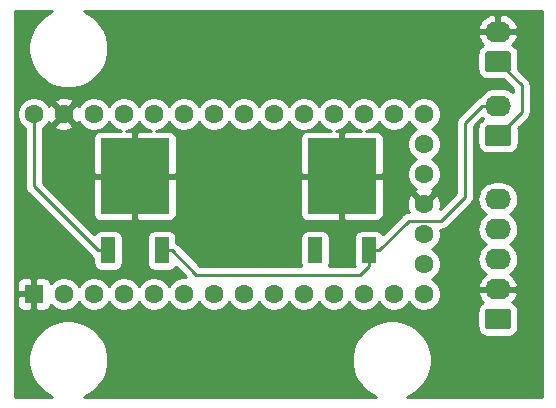
<source format=gbl>
G04 #@! TF.GenerationSoftware,KiCad,Pcbnew,5.1.2*
G04 #@! TF.CreationDate,2019-05-29T15:55:21-05:00*
G04 #@! TF.ProjectId,VaneController,56616e65-436f-46e7-9472-6f6c6c65722e,rev?*
G04 #@! TF.SameCoordinates,Original*
G04 #@! TF.FileFunction,Copper,L2,Bot*
G04 #@! TF.FilePolarity,Positive*
%FSLAX46Y46*%
G04 Gerber Fmt 4.6, Leading zero omitted, Abs format (unit mm)*
G04 Created by KiCad (PCBNEW 5.1.2) date 2019-05-29 15:55:21*
%MOMM*%
%LPD*%
G04 APERTURE LIST*
%ADD10C,1.600000*%
%ADD11R,1.600000X1.600000*%
%ADD12C,0.100000*%
%ADD13C,1.740000*%
%ADD14O,2.200000X1.740000*%
%ADD15R,1.200000X2.200000*%
%ADD16R,5.800000X6.400000*%
%ADD17C,0.800000*%
%ADD18C,0.250000*%
%ADD19C,0.254000*%
G04 APERTURE END LIST*
D10*
X183717001Y-57987001D03*
X183717001Y-55447001D03*
X183717001Y-52907001D03*
X183717001Y-50367001D03*
X183717001Y-60527001D03*
X183717001Y-63067001D03*
X183717001Y-65607001D03*
X181177001Y-50367001D03*
X178637001Y-50367001D03*
X176097001Y-50367001D03*
X173557001Y-50367001D03*
X171017001Y-50367001D03*
X168477001Y-50367001D03*
X165937001Y-50367001D03*
X163397001Y-50367001D03*
X160857001Y-50367001D03*
X158317001Y-50367001D03*
X155777001Y-50367001D03*
X153237001Y-50367001D03*
X150697001Y-50367001D03*
X181177001Y-65607001D03*
X178637001Y-65607001D03*
X176097001Y-65607001D03*
X173557001Y-65607001D03*
X171017001Y-65607001D03*
X168477001Y-65607001D03*
X165937001Y-65607001D03*
X163397001Y-65607001D03*
X160857001Y-65607001D03*
X158317001Y-65607001D03*
X155777001Y-65607001D03*
X153237001Y-65607001D03*
D11*
X150697001Y-65607001D03*
D12*
G36*
X190866505Y-45071204D02*
G01*
X190890773Y-45074804D01*
X190914572Y-45080765D01*
X190937671Y-45089030D01*
X190959850Y-45099520D01*
X190980893Y-45112132D01*
X191000599Y-45126747D01*
X191018777Y-45143223D01*
X191035253Y-45161401D01*
X191049868Y-45181107D01*
X191062480Y-45202150D01*
X191072970Y-45224329D01*
X191081235Y-45247428D01*
X191087196Y-45271227D01*
X191090796Y-45295495D01*
X191092000Y-45319999D01*
X191092000Y-46560001D01*
X191090796Y-46584505D01*
X191087196Y-46608773D01*
X191081235Y-46632572D01*
X191072970Y-46655671D01*
X191062480Y-46677850D01*
X191049868Y-46698893D01*
X191035253Y-46718599D01*
X191018777Y-46736777D01*
X191000599Y-46753253D01*
X190980893Y-46767868D01*
X190959850Y-46780480D01*
X190937671Y-46790970D01*
X190914572Y-46799235D01*
X190890773Y-46805196D01*
X190866505Y-46808796D01*
X190842001Y-46810000D01*
X189141999Y-46810000D01*
X189117495Y-46808796D01*
X189093227Y-46805196D01*
X189069428Y-46799235D01*
X189046329Y-46790970D01*
X189024150Y-46780480D01*
X189003107Y-46767868D01*
X188983401Y-46753253D01*
X188965223Y-46736777D01*
X188948747Y-46718599D01*
X188934132Y-46698893D01*
X188921520Y-46677850D01*
X188911030Y-46655671D01*
X188902765Y-46632572D01*
X188896804Y-46608773D01*
X188893204Y-46584505D01*
X188892000Y-46560001D01*
X188892000Y-45319999D01*
X188893204Y-45295495D01*
X188896804Y-45271227D01*
X188902765Y-45247428D01*
X188911030Y-45224329D01*
X188921520Y-45202150D01*
X188934132Y-45181107D01*
X188948747Y-45161401D01*
X188965223Y-45143223D01*
X188983401Y-45126747D01*
X189003107Y-45112132D01*
X189024150Y-45099520D01*
X189046329Y-45089030D01*
X189069428Y-45080765D01*
X189093227Y-45074804D01*
X189117495Y-45071204D01*
X189141999Y-45070000D01*
X190842001Y-45070000D01*
X190866505Y-45071204D01*
X190866505Y-45071204D01*
G37*
D13*
X189992000Y-45940000D03*
D14*
X189992000Y-43400000D03*
D12*
G36*
X190866505Y-66871204D02*
G01*
X190890773Y-66874804D01*
X190914572Y-66880765D01*
X190937671Y-66889030D01*
X190959850Y-66899520D01*
X190980893Y-66912132D01*
X191000599Y-66926747D01*
X191018777Y-66943223D01*
X191035253Y-66961401D01*
X191049868Y-66981107D01*
X191062480Y-67002150D01*
X191072970Y-67024329D01*
X191081235Y-67047428D01*
X191087196Y-67071227D01*
X191090796Y-67095495D01*
X191092000Y-67119999D01*
X191092000Y-68360001D01*
X191090796Y-68384505D01*
X191087196Y-68408773D01*
X191081235Y-68432572D01*
X191072970Y-68455671D01*
X191062480Y-68477850D01*
X191049868Y-68498893D01*
X191035253Y-68518599D01*
X191018777Y-68536777D01*
X191000599Y-68553253D01*
X190980893Y-68567868D01*
X190959850Y-68580480D01*
X190937671Y-68590970D01*
X190914572Y-68599235D01*
X190890773Y-68605196D01*
X190866505Y-68608796D01*
X190842001Y-68610000D01*
X189141999Y-68610000D01*
X189117495Y-68608796D01*
X189093227Y-68605196D01*
X189069428Y-68599235D01*
X189046329Y-68590970D01*
X189024150Y-68580480D01*
X189003107Y-68567868D01*
X188983401Y-68553253D01*
X188965223Y-68536777D01*
X188948747Y-68518599D01*
X188934132Y-68498893D01*
X188921520Y-68477850D01*
X188911030Y-68455671D01*
X188902765Y-68432572D01*
X188896804Y-68408773D01*
X188893204Y-68384505D01*
X188892000Y-68360001D01*
X188892000Y-67119999D01*
X188893204Y-67095495D01*
X188896804Y-67071227D01*
X188902765Y-67047428D01*
X188911030Y-67024329D01*
X188921520Y-67002150D01*
X188934132Y-66981107D01*
X188948747Y-66961401D01*
X188965223Y-66943223D01*
X188983401Y-66926747D01*
X189003107Y-66912132D01*
X189024150Y-66899520D01*
X189046329Y-66889030D01*
X189069428Y-66880765D01*
X189093227Y-66874804D01*
X189117495Y-66871204D01*
X189141999Y-66870000D01*
X190842001Y-66870000D01*
X190866505Y-66871204D01*
X190866505Y-66871204D01*
G37*
D13*
X189992000Y-67740000D03*
D14*
X189992000Y-65200000D03*
X189992000Y-62660000D03*
X189992000Y-60120000D03*
X189992000Y-57580000D03*
D15*
X161538000Y-61926000D03*
X156978000Y-61926000D03*
D16*
X159258000Y-55626000D03*
X176784000Y-55626000D03*
D15*
X174504000Y-61926000D03*
X179064000Y-61926000D03*
D12*
G36*
X190874505Y-51331204D02*
G01*
X190898773Y-51334804D01*
X190922572Y-51340765D01*
X190945671Y-51349030D01*
X190967850Y-51359520D01*
X190988893Y-51372132D01*
X191008599Y-51386747D01*
X191026777Y-51403223D01*
X191043253Y-51421401D01*
X191057868Y-51441107D01*
X191070480Y-51462150D01*
X191080970Y-51484329D01*
X191089235Y-51507428D01*
X191095196Y-51531227D01*
X191098796Y-51555495D01*
X191100000Y-51579999D01*
X191100000Y-52820001D01*
X191098796Y-52844505D01*
X191095196Y-52868773D01*
X191089235Y-52892572D01*
X191080970Y-52915671D01*
X191070480Y-52937850D01*
X191057868Y-52958893D01*
X191043253Y-52978599D01*
X191026777Y-52996777D01*
X191008599Y-53013253D01*
X190988893Y-53027868D01*
X190967850Y-53040480D01*
X190945671Y-53050970D01*
X190922572Y-53059235D01*
X190898773Y-53065196D01*
X190874505Y-53068796D01*
X190850001Y-53070000D01*
X189149999Y-53070000D01*
X189125495Y-53068796D01*
X189101227Y-53065196D01*
X189077428Y-53059235D01*
X189054329Y-53050970D01*
X189032150Y-53040480D01*
X189011107Y-53027868D01*
X188991401Y-53013253D01*
X188973223Y-52996777D01*
X188956747Y-52978599D01*
X188942132Y-52958893D01*
X188929520Y-52937850D01*
X188919030Y-52915671D01*
X188910765Y-52892572D01*
X188904804Y-52868773D01*
X188901204Y-52844505D01*
X188900000Y-52820001D01*
X188900000Y-51579999D01*
X188901204Y-51555495D01*
X188904804Y-51531227D01*
X188910765Y-51507428D01*
X188919030Y-51484329D01*
X188929520Y-51462150D01*
X188942132Y-51441107D01*
X188956747Y-51421401D01*
X188973223Y-51403223D01*
X188991401Y-51386747D01*
X189011107Y-51372132D01*
X189032150Y-51359520D01*
X189054329Y-51349030D01*
X189077428Y-51340765D01*
X189101227Y-51334804D01*
X189125495Y-51331204D01*
X189149999Y-51330000D01*
X190850001Y-51330000D01*
X190874505Y-51331204D01*
X190874505Y-51331204D01*
G37*
D13*
X190000000Y-52200000D03*
D14*
X190000000Y-49660000D03*
D17*
X174504000Y-61926000D03*
D18*
X179064000Y-63276000D02*
X178332000Y-64008000D01*
X179064000Y-61926000D02*
X179064000Y-63276000D01*
X162388000Y-61926000D02*
X161538000Y-61926000D01*
X164470000Y-64008000D02*
X162388000Y-61926000D01*
X178332000Y-64008000D02*
X164470000Y-64008000D01*
X189770000Y-49460000D02*
X190000000Y-49460000D01*
X179914000Y-61926000D02*
X179064000Y-61926000D01*
X190000000Y-49660000D02*
X188650000Y-49660000D01*
X187200000Y-51110000D02*
X187200000Y-57400000D01*
X187200000Y-57400000D02*
X185200000Y-59400000D01*
X188650000Y-49660000D02*
X187200000Y-51110000D01*
X185200000Y-59400000D02*
X182440000Y-59400000D01*
X182440000Y-59400000D02*
X179914000Y-61926000D01*
X150697001Y-51498371D02*
X150697001Y-50367001D01*
X150697001Y-56495001D02*
X150697001Y-51498371D01*
X156128000Y-61926000D02*
X150697001Y-56495001D01*
X156978000Y-61926000D02*
X156128000Y-61926000D01*
X190000000Y-52200000D02*
X192000000Y-50200000D01*
X192000000Y-47948000D02*
X189992000Y-45940000D01*
X192000000Y-50200000D02*
X192000000Y-47948000D01*
D19*
G36*
X151996601Y-41800252D02*
G01*
X151442188Y-42170698D01*
X150970698Y-42642188D01*
X150600252Y-43196601D01*
X150345083Y-43812632D01*
X150215000Y-44466607D01*
X150215000Y-45133393D01*
X150345083Y-45787368D01*
X150600252Y-46403399D01*
X150970698Y-46957812D01*
X151442188Y-47429302D01*
X151996601Y-47799748D01*
X152612632Y-48054917D01*
X153266607Y-48185000D01*
X153933393Y-48185000D01*
X154587368Y-48054917D01*
X155203399Y-47799748D01*
X155757812Y-47429302D01*
X156229302Y-46957812D01*
X156599748Y-46403399D01*
X156854917Y-45787368D01*
X156985000Y-45133393D01*
X156985000Y-44466607D01*
X156854917Y-43812632D01*
X156599748Y-43196601D01*
X156495091Y-43039969D01*
X188300698Y-43039969D01*
X188421754Y-43273000D01*
X189865000Y-43273000D01*
X189865000Y-42049414D01*
X190119000Y-42049414D01*
X190119000Y-43273000D01*
X191562246Y-43273000D01*
X191683302Y-43039969D01*
X191665588Y-42947498D01*
X191549571Y-42674563D01*
X191382536Y-42429506D01*
X191170903Y-42221744D01*
X190922804Y-42059262D01*
X190647773Y-41948304D01*
X190356380Y-41893134D01*
X190119000Y-42049414D01*
X189865000Y-42049414D01*
X189627620Y-41893134D01*
X189336227Y-41948304D01*
X189061196Y-42059262D01*
X188813097Y-42221744D01*
X188601464Y-42429506D01*
X188434429Y-42674563D01*
X188318412Y-42947498D01*
X188300698Y-43039969D01*
X156495091Y-43039969D01*
X156229302Y-42642188D01*
X155757812Y-42170698D01*
X155203399Y-41800252D01*
X154925157Y-41685000D01*
X193715000Y-41685000D01*
X193715001Y-74315000D01*
X182325157Y-74315000D01*
X182603399Y-74199748D01*
X183157812Y-73829302D01*
X183629302Y-73357812D01*
X183999748Y-72803399D01*
X184254917Y-72187368D01*
X184385000Y-71533393D01*
X184385000Y-70866607D01*
X184254917Y-70212632D01*
X183999748Y-69596601D01*
X183629302Y-69042188D01*
X183157812Y-68570698D01*
X182603399Y-68200252D01*
X181987368Y-67945083D01*
X181333393Y-67815000D01*
X180666607Y-67815000D01*
X180012632Y-67945083D01*
X179396601Y-68200252D01*
X178842188Y-68570698D01*
X178370698Y-69042188D01*
X178000252Y-69596601D01*
X177745083Y-70212632D01*
X177615000Y-70866607D01*
X177615000Y-71533393D01*
X177745083Y-72187368D01*
X178000252Y-72803399D01*
X178370698Y-73357812D01*
X178842188Y-73829302D01*
X179396601Y-74199748D01*
X179674843Y-74315000D01*
X154925157Y-74315000D01*
X155203399Y-74199748D01*
X155757812Y-73829302D01*
X156229302Y-73357812D01*
X156599748Y-72803399D01*
X156854917Y-72187368D01*
X156985000Y-71533393D01*
X156985000Y-70866607D01*
X156854917Y-70212632D01*
X156599748Y-69596601D01*
X156229302Y-69042188D01*
X155757812Y-68570698D01*
X155203399Y-68200252D01*
X154587368Y-67945083D01*
X153933393Y-67815000D01*
X153266607Y-67815000D01*
X152612632Y-67945083D01*
X151996601Y-68200252D01*
X151442188Y-68570698D01*
X150970698Y-69042188D01*
X150600252Y-69596601D01*
X150345083Y-70212632D01*
X150215000Y-70866607D01*
X150215000Y-71533393D01*
X150345083Y-72187368D01*
X150600252Y-72803399D01*
X150970698Y-73357812D01*
X151442188Y-73829302D01*
X151996601Y-74199748D01*
X152274843Y-74315000D01*
X149085000Y-74315000D01*
X149085000Y-67119999D01*
X188253928Y-67119999D01*
X188253928Y-68360001D01*
X188270992Y-68533255D01*
X188321528Y-68699851D01*
X188403595Y-68853387D01*
X188514038Y-68987962D01*
X188648613Y-69098405D01*
X188802149Y-69180472D01*
X188968745Y-69231008D01*
X189141999Y-69248072D01*
X190842001Y-69248072D01*
X191015255Y-69231008D01*
X191181851Y-69180472D01*
X191335387Y-69098405D01*
X191469962Y-68987962D01*
X191580405Y-68853387D01*
X191662472Y-68699851D01*
X191713008Y-68533255D01*
X191730072Y-68360001D01*
X191730072Y-67119999D01*
X191713008Y-66946745D01*
X191662472Y-66780149D01*
X191580405Y-66626613D01*
X191469962Y-66492038D01*
X191335387Y-66381595D01*
X191226686Y-66323493D01*
X191382536Y-66170494D01*
X191549571Y-65925437D01*
X191665588Y-65652502D01*
X191683302Y-65560031D01*
X191562246Y-65327000D01*
X190119000Y-65327000D01*
X190119000Y-65347000D01*
X189865000Y-65347000D01*
X189865000Y-65327000D01*
X188421754Y-65327000D01*
X188300698Y-65560031D01*
X188318412Y-65652502D01*
X188434429Y-65925437D01*
X188601464Y-66170494D01*
X188757314Y-66323493D01*
X188648613Y-66381595D01*
X188514038Y-66492038D01*
X188403595Y-66626613D01*
X188321528Y-66780149D01*
X188270992Y-66946745D01*
X188253928Y-67119999D01*
X149085000Y-67119999D01*
X149085000Y-66407001D01*
X149258929Y-66407001D01*
X149271189Y-66531483D01*
X149307499Y-66651181D01*
X149366464Y-66761495D01*
X149445816Y-66858186D01*
X149542507Y-66937538D01*
X149652821Y-66996503D01*
X149772519Y-67032813D01*
X149897001Y-67045073D01*
X150411251Y-67042001D01*
X150570001Y-66883251D01*
X150570001Y-65734001D01*
X149420751Y-65734001D01*
X149262001Y-65892751D01*
X149258929Y-66407001D01*
X149085000Y-66407001D01*
X149085000Y-64807001D01*
X149258929Y-64807001D01*
X149262001Y-65321251D01*
X149420751Y-65480001D01*
X150570001Y-65480001D01*
X150570001Y-64330751D01*
X150824001Y-64330751D01*
X150824001Y-65480001D01*
X150844001Y-65480001D01*
X150844001Y-65734001D01*
X150824001Y-65734001D01*
X150824001Y-66883251D01*
X150982751Y-67042001D01*
X151497001Y-67045073D01*
X151621483Y-67032813D01*
X151741181Y-66996503D01*
X151851495Y-66937538D01*
X151948186Y-66858186D01*
X152027538Y-66761495D01*
X152086503Y-66651181D01*
X152122813Y-66531483D01*
X152123644Y-66523040D01*
X152322242Y-66721638D01*
X152557274Y-66878681D01*
X152818427Y-66986854D01*
X153095666Y-67042001D01*
X153378336Y-67042001D01*
X153655575Y-66986854D01*
X153916728Y-66878681D01*
X154151760Y-66721638D01*
X154351638Y-66521760D01*
X154507001Y-66289242D01*
X154662364Y-66521760D01*
X154862242Y-66721638D01*
X155097274Y-66878681D01*
X155358427Y-66986854D01*
X155635666Y-67042001D01*
X155918336Y-67042001D01*
X156195575Y-66986854D01*
X156456728Y-66878681D01*
X156691760Y-66721638D01*
X156891638Y-66521760D01*
X157047001Y-66289242D01*
X157202364Y-66521760D01*
X157402242Y-66721638D01*
X157637274Y-66878681D01*
X157898427Y-66986854D01*
X158175666Y-67042001D01*
X158458336Y-67042001D01*
X158735575Y-66986854D01*
X158996728Y-66878681D01*
X159231760Y-66721638D01*
X159431638Y-66521760D01*
X159587001Y-66289242D01*
X159742364Y-66521760D01*
X159942242Y-66721638D01*
X160177274Y-66878681D01*
X160438427Y-66986854D01*
X160715666Y-67042001D01*
X160998336Y-67042001D01*
X161275575Y-66986854D01*
X161536728Y-66878681D01*
X161771760Y-66721638D01*
X161971638Y-66521760D01*
X162127001Y-66289242D01*
X162282364Y-66521760D01*
X162482242Y-66721638D01*
X162717274Y-66878681D01*
X162978427Y-66986854D01*
X163255666Y-67042001D01*
X163538336Y-67042001D01*
X163815575Y-66986854D01*
X164076728Y-66878681D01*
X164311760Y-66721638D01*
X164511638Y-66521760D01*
X164667001Y-66289242D01*
X164822364Y-66521760D01*
X165022242Y-66721638D01*
X165257274Y-66878681D01*
X165518427Y-66986854D01*
X165795666Y-67042001D01*
X166078336Y-67042001D01*
X166355575Y-66986854D01*
X166616728Y-66878681D01*
X166851760Y-66721638D01*
X167051638Y-66521760D01*
X167207001Y-66289242D01*
X167362364Y-66521760D01*
X167562242Y-66721638D01*
X167797274Y-66878681D01*
X168058427Y-66986854D01*
X168335666Y-67042001D01*
X168618336Y-67042001D01*
X168895575Y-66986854D01*
X169156728Y-66878681D01*
X169391760Y-66721638D01*
X169591638Y-66521760D01*
X169747001Y-66289242D01*
X169902364Y-66521760D01*
X170102242Y-66721638D01*
X170337274Y-66878681D01*
X170598427Y-66986854D01*
X170875666Y-67042001D01*
X171158336Y-67042001D01*
X171435575Y-66986854D01*
X171696728Y-66878681D01*
X171931760Y-66721638D01*
X172131638Y-66521760D01*
X172287001Y-66289242D01*
X172442364Y-66521760D01*
X172642242Y-66721638D01*
X172877274Y-66878681D01*
X173138427Y-66986854D01*
X173415666Y-67042001D01*
X173698336Y-67042001D01*
X173975575Y-66986854D01*
X174236728Y-66878681D01*
X174471760Y-66721638D01*
X174671638Y-66521760D01*
X174827001Y-66289242D01*
X174982364Y-66521760D01*
X175182242Y-66721638D01*
X175417274Y-66878681D01*
X175678427Y-66986854D01*
X175955666Y-67042001D01*
X176238336Y-67042001D01*
X176515575Y-66986854D01*
X176776728Y-66878681D01*
X177011760Y-66721638D01*
X177211638Y-66521760D01*
X177367001Y-66289242D01*
X177522364Y-66521760D01*
X177722242Y-66721638D01*
X177957274Y-66878681D01*
X178218427Y-66986854D01*
X178495666Y-67042001D01*
X178778336Y-67042001D01*
X179055575Y-66986854D01*
X179316728Y-66878681D01*
X179551760Y-66721638D01*
X179751638Y-66521760D01*
X179907001Y-66289242D01*
X180062364Y-66521760D01*
X180262242Y-66721638D01*
X180497274Y-66878681D01*
X180758427Y-66986854D01*
X181035666Y-67042001D01*
X181318336Y-67042001D01*
X181595575Y-66986854D01*
X181856728Y-66878681D01*
X182091760Y-66721638D01*
X182291638Y-66521760D01*
X182447001Y-66289242D01*
X182602364Y-66521760D01*
X182802242Y-66721638D01*
X183037274Y-66878681D01*
X183298427Y-66986854D01*
X183575666Y-67042001D01*
X183858336Y-67042001D01*
X184135575Y-66986854D01*
X184396728Y-66878681D01*
X184631760Y-66721638D01*
X184831638Y-66521760D01*
X184988681Y-66286728D01*
X185096854Y-66025575D01*
X185152001Y-65748336D01*
X185152001Y-65465666D01*
X185096854Y-65188427D01*
X184988681Y-64927274D01*
X184831638Y-64692242D01*
X184631760Y-64492364D01*
X184399242Y-64337001D01*
X184631760Y-64181638D01*
X184831638Y-63981760D01*
X184988681Y-63746728D01*
X185096854Y-63485575D01*
X185152001Y-63208336D01*
X185152001Y-62925666D01*
X185096854Y-62648427D01*
X184988681Y-62387274D01*
X184831638Y-62152242D01*
X184631760Y-61952364D01*
X184399242Y-61797001D01*
X184631760Y-61641638D01*
X184831638Y-61441760D01*
X184988681Y-61206728D01*
X185096854Y-60945575D01*
X185152001Y-60668336D01*
X185152001Y-60385666D01*
X185107113Y-60160000D01*
X185162678Y-60160000D01*
X185200000Y-60163676D01*
X185237322Y-60160000D01*
X185237333Y-60160000D01*
X185348986Y-60149003D01*
X185492247Y-60105546D01*
X185624276Y-60034974D01*
X185740001Y-59940001D01*
X185763804Y-59910997D01*
X187711003Y-57963799D01*
X187740001Y-57940001D01*
X187793320Y-57875032D01*
X187834974Y-57824277D01*
X187905546Y-57692247D01*
X187939595Y-57580000D01*
X188249718Y-57580000D01*
X188278776Y-57875032D01*
X188364834Y-58158725D01*
X188504583Y-58420179D01*
X188692655Y-58649345D01*
X188921821Y-58837417D01*
X188945362Y-58850000D01*
X188921821Y-58862583D01*
X188692655Y-59050655D01*
X188504583Y-59279821D01*
X188364834Y-59541275D01*
X188278776Y-59824968D01*
X188249718Y-60120000D01*
X188278776Y-60415032D01*
X188364834Y-60698725D01*
X188504583Y-60960179D01*
X188692655Y-61189345D01*
X188921821Y-61377417D01*
X188945362Y-61390000D01*
X188921821Y-61402583D01*
X188692655Y-61590655D01*
X188504583Y-61819821D01*
X188364834Y-62081275D01*
X188278776Y-62364968D01*
X188249718Y-62660000D01*
X188278776Y-62955032D01*
X188364834Y-63238725D01*
X188504583Y-63500179D01*
X188692655Y-63729345D01*
X188921821Y-63917417D01*
X188949669Y-63932302D01*
X188813097Y-64021744D01*
X188601464Y-64229506D01*
X188434429Y-64474563D01*
X188318412Y-64747498D01*
X188300698Y-64839969D01*
X188421754Y-65073000D01*
X189865000Y-65073000D01*
X189865000Y-65053000D01*
X190119000Y-65053000D01*
X190119000Y-65073000D01*
X191562246Y-65073000D01*
X191683302Y-64839969D01*
X191665588Y-64747498D01*
X191549571Y-64474563D01*
X191382536Y-64229506D01*
X191170903Y-64021744D01*
X191034331Y-63932302D01*
X191062179Y-63917417D01*
X191291345Y-63729345D01*
X191479417Y-63500179D01*
X191619166Y-63238725D01*
X191705224Y-62955032D01*
X191734282Y-62660000D01*
X191705224Y-62364968D01*
X191619166Y-62081275D01*
X191479417Y-61819821D01*
X191291345Y-61590655D01*
X191062179Y-61402583D01*
X191038638Y-61390000D01*
X191062179Y-61377417D01*
X191291345Y-61189345D01*
X191479417Y-60960179D01*
X191619166Y-60698725D01*
X191705224Y-60415032D01*
X191734282Y-60120000D01*
X191705224Y-59824968D01*
X191619166Y-59541275D01*
X191479417Y-59279821D01*
X191291345Y-59050655D01*
X191062179Y-58862583D01*
X191038638Y-58850000D01*
X191062179Y-58837417D01*
X191291345Y-58649345D01*
X191479417Y-58420179D01*
X191619166Y-58158725D01*
X191705224Y-57875032D01*
X191734282Y-57580000D01*
X191705224Y-57284968D01*
X191619166Y-57001275D01*
X191479417Y-56739821D01*
X191291345Y-56510655D01*
X191062179Y-56322583D01*
X190800725Y-56182834D01*
X190517032Y-56096776D01*
X190295936Y-56075000D01*
X189688064Y-56075000D01*
X189466968Y-56096776D01*
X189183275Y-56182834D01*
X188921821Y-56322583D01*
X188692655Y-56510655D01*
X188504583Y-56739821D01*
X188364834Y-57001275D01*
X188278776Y-57284968D01*
X188249718Y-57580000D01*
X187939595Y-57580000D01*
X187949003Y-57548986D01*
X187960000Y-57437333D01*
X187960000Y-57437324D01*
X187963676Y-57400001D01*
X187960000Y-57362678D01*
X187960000Y-51424801D01*
X188680282Y-50704520D01*
X188700655Y-50729345D01*
X188766114Y-50783066D01*
X188656613Y-50841595D01*
X188522038Y-50952038D01*
X188411595Y-51086613D01*
X188329528Y-51240149D01*
X188278992Y-51406745D01*
X188261928Y-51579999D01*
X188261928Y-52820001D01*
X188278992Y-52993255D01*
X188329528Y-53159851D01*
X188411595Y-53313387D01*
X188522038Y-53447962D01*
X188656613Y-53558405D01*
X188810149Y-53640472D01*
X188976745Y-53691008D01*
X189149999Y-53708072D01*
X190850001Y-53708072D01*
X191023255Y-53691008D01*
X191189851Y-53640472D01*
X191343387Y-53558405D01*
X191477962Y-53447962D01*
X191588405Y-53313387D01*
X191670472Y-53159851D01*
X191721008Y-52993255D01*
X191738072Y-52820001D01*
X191738072Y-51579999D01*
X191734192Y-51540609D01*
X192511004Y-50763798D01*
X192540001Y-50740001D01*
X192566332Y-50707917D01*
X192634974Y-50624277D01*
X192705546Y-50492247D01*
X192722149Y-50437513D01*
X192749003Y-50348986D01*
X192760000Y-50237333D01*
X192760000Y-50237324D01*
X192763676Y-50200001D01*
X192760000Y-50162678D01*
X192760000Y-47985323D01*
X192763676Y-47948000D01*
X192760000Y-47910677D01*
X192760000Y-47910667D01*
X192749003Y-47799014D01*
X192705546Y-47655753D01*
X192634974Y-47523724D01*
X192540001Y-47407999D01*
X192511003Y-47384201D01*
X191726192Y-46599391D01*
X191730072Y-46560001D01*
X191730072Y-45319999D01*
X191713008Y-45146745D01*
X191662472Y-44980149D01*
X191580405Y-44826613D01*
X191469962Y-44692038D01*
X191335387Y-44581595D01*
X191226686Y-44523493D01*
X191382536Y-44370494D01*
X191549571Y-44125437D01*
X191665588Y-43852502D01*
X191683302Y-43760031D01*
X191562246Y-43527000D01*
X190119000Y-43527000D01*
X190119000Y-43547000D01*
X189865000Y-43547000D01*
X189865000Y-43527000D01*
X188421754Y-43527000D01*
X188300698Y-43760031D01*
X188318412Y-43852502D01*
X188434429Y-44125437D01*
X188601464Y-44370494D01*
X188757314Y-44523493D01*
X188648613Y-44581595D01*
X188514038Y-44692038D01*
X188403595Y-44826613D01*
X188321528Y-44980149D01*
X188270992Y-45146745D01*
X188253928Y-45319999D01*
X188253928Y-46560001D01*
X188270992Y-46733255D01*
X188321528Y-46899851D01*
X188403595Y-47053387D01*
X188514038Y-47187962D01*
X188648613Y-47298405D01*
X188802149Y-47380472D01*
X188968745Y-47431008D01*
X189141999Y-47448072D01*
X190425271Y-47448072D01*
X191240001Y-48262803D01*
X191240001Y-48541952D01*
X191070179Y-48402583D01*
X190808725Y-48262834D01*
X190525032Y-48176776D01*
X190303936Y-48155000D01*
X189696064Y-48155000D01*
X189474968Y-48176776D01*
X189191275Y-48262834D01*
X188929821Y-48402583D01*
X188700655Y-48590655D01*
X188512583Y-48819821D01*
X188456657Y-48924452D01*
X188357753Y-48954454D01*
X188225724Y-49025026D01*
X188109999Y-49119999D01*
X188086201Y-49148997D01*
X186689003Y-50546196D01*
X186659999Y-50569999D01*
X186615455Y-50624277D01*
X186565026Y-50685724D01*
X186525577Y-50759528D01*
X186494454Y-50817754D01*
X186450997Y-50961015D01*
X186440000Y-51072668D01*
X186440000Y-51072678D01*
X186436324Y-51110000D01*
X186440000Y-51147323D01*
X186440001Y-57085197D01*
X185082058Y-58443141D01*
X185143301Y-58198817D01*
X185157218Y-57916489D01*
X185115788Y-57636871D01*
X185020604Y-57370709D01*
X184953672Y-57245487D01*
X184709703Y-57173904D01*
X183896606Y-57987001D01*
X183910749Y-58001144D01*
X183731144Y-58180749D01*
X183717001Y-58166606D01*
X183702859Y-58180749D01*
X183523254Y-58001144D01*
X183537396Y-57987001D01*
X182724299Y-57173904D01*
X182480330Y-57245487D01*
X182359430Y-57500997D01*
X182290701Y-57775185D01*
X182276784Y-58057513D01*
X182318214Y-58337131D01*
X182413398Y-58603293D01*
X182431501Y-58637161D01*
X182402676Y-58640000D01*
X182402667Y-58640000D01*
X182291014Y-58650997D01*
X182147753Y-58694454D01*
X182015724Y-58765026D01*
X182015722Y-58765027D01*
X182015723Y-58765027D01*
X181928996Y-58836201D01*
X181928992Y-58836205D01*
X181899999Y-58859999D01*
X181876205Y-58888992D01*
X180229076Y-60536123D01*
X180194537Y-60471506D01*
X180115185Y-60374815D01*
X180018494Y-60295463D01*
X179908180Y-60236498D01*
X179788482Y-60200188D01*
X179664000Y-60187928D01*
X178464000Y-60187928D01*
X178339518Y-60200188D01*
X178219820Y-60236498D01*
X178109506Y-60295463D01*
X178012815Y-60374815D01*
X177933463Y-60471506D01*
X177874498Y-60581820D01*
X177838188Y-60701518D01*
X177825928Y-60826000D01*
X177825928Y-63026000D01*
X177838188Y-63150482D01*
X177867770Y-63248000D01*
X175700230Y-63248000D01*
X175729812Y-63150482D01*
X175742072Y-63026000D01*
X175742072Y-60826000D01*
X175729812Y-60701518D01*
X175693502Y-60581820D01*
X175634537Y-60471506D01*
X175555185Y-60374815D01*
X175458494Y-60295463D01*
X175348180Y-60236498D01*
X175228482Y-60200188D01*
X175104000Y-60187928D01*
X173904000Y-60187928D01*
X173779518Y-60200188D01*
X173659820Y-60236498D01*
X173549506Y-60295463D01*
X173452815Y-60374815D01*
X173373463Y-60471506D01*
X173314498Y-60581820D01*
X173278188Y-60701518D01*
X173265928Y-60826000D01*
X173265928Y-63026000D01*
X173278188Y-63150482D01*
X173307770Y-63248000D01*
X164784802Y-63248000D01*
X162951804Y-61415003D01*
X162928001Y-61385999D01*
X162812276Y-61291026D01*
X162776072Y-61271674D01*
X162776072Y-60826000D01*
X162763812Y-60701518D01*
X162727502Y-60581820D01*
X162668537Y-60471506D01*
X162589185Y-60374815D01*
X162492494Y-60295463D01*
X162382180Y-60236498D01*
X162262482Y-60200188D01*
X162138000Y-60187928D01*
X160938000Y-60187928D01*
X160813518Y-60200188D01*
X160693820Y-60236498D01*
X160583506Y-60295463D01*
X160486815Y-60374815D01*
X160407463Y-60471506D01*
X160348498Y-60581820D01*
X160312188Y-60701518D01*
X160299928Y-60826000D01*
X160299928Y-63026000D01*
X160312188Y-63150482D01*
X160348498Y-63270180D01*
X160407463Y-63380494D01*
X160486815Y-63477185D01*
X160583506Y-63556537D01*
X160693820Y-63615502D01*
X160813518Y-63651812D01*
X160938000Y-63664072D01*
X162138000Y-63664072D01*
X162262482Y-63651812D01*
X162382180Y-63615502D01*
X162492494Y-63556537D01*
X162589185Y-63477185D01*
X162668537Y-63380494D01*
X162703076Y-63315877D01*
X163564380Y-64177181D01*
X163538336Y-64172001D01*
X163255666Y-64172001D01*
X162978427Y-64227148D01*
X162717274Y-64335321D01*
X162482242Y-64492364D01*
X162282364Y-64692242D01*
X162127001Y-64924760D01*
X161971638Y-64692242D01*
X161771760Y-64492364D01*
X161536728Y-64335321D01*
X161275575Y-64227148D01*
X160998336Y-64172001D01*
X160715666Y-64172001D01*
X160438427Y-64227148D01*
X160177274Y-64335321D01*
X159942242Y-64492364D01*
X159742364Y-64692242D01*
X159587001Y-64924760D01*
X159431638Y-64692242D01*
X159231760Y-64492364D01*
X158996728Y-64335321D01*
X158735575Y-64227148D01*
X158458336Y-64172001D01*
X158175666Y-64172001D01*
X157898427Y-64227148D01*
X157637274Y-64335321D01*
X157402242Y-64492364D01*
X157202364Y-64692242D01*
X157047001Y-64924760D01*
X156891638Y-64692242D01*
X156691760Y-64492364D01*
X156456728Y-64335321D01*
X156195575Y-64227148D01*
X155918336Y-64172001D01*
X155635666Y-64172001D01*
X155358427Y-64227148D01*
X155097274Y-64335321D01*
X154862242Y-64492364D01*
X154662364Y-64692242D01*
X154507001Y-64924760D01*
X154351638Y-64692242D01*
X154151760Y-64492364D01*
X153916728Y-64335321D01*
X153655575Y-64227148D01*
X153378336Y-64172001D01*
X153095666Y-64172001D01*
X152818427Y-64227148D01*
X152557274Y-64335321D01*
X152322242Y-64492364D01*
X152123644Y-64690962D01*
X152122813Y-64682519D01*
X152086503Y-64562821D01*
X152027538Y-64452507D01*
X151948186Y-64355816D01*
X151851495Y-64276464D01*
X151741181Y-64217499D01*
X151621483Y-64181189D01*
X151497001Y-64168929D01*
X150982751Y-64172001D01*
X150824001Y-64330751D01*
X150570001Y-64330751D01*
X150411251Y-64172001D01*
X149897001Y-64168929D01*
X149772519Y-64181189D01*
X149652821Y-64217499D01*
X149542507Y-64276464D01*
X149445816Y-64355816D01*
X149366464Y-64452507D01*
X149307499Y-64562821D01*
X149271189Y-64682519D01*
X149258929Y-64807001D01*
X149085000Y-64807001D01*
X149085000Y-50225666D01*
X149262001Y-50225666D01*
X149262001Y-50508336D01*
X149317148Y-50785575D01*
X149425321Y-51046728D01*
X149582364Y-51281760D01*
X149782242Y-51481638D01*
X149937002Y-51585045D01*
X149937001Y-56457678D01*
X149933325Y-56495001D01*
X149937001Y-56532323D01*
X149937001Y-56532333D01*
X149947998Y-56643986D01*
X149991455Y-56787247D01*
X150062027Y-56919277D01*
X150101872Y-56967827D01*
X150157000Y-57035002D01*
X150186004Y-57058805D01*
X155564205Y-62437008D01*
X155587999Y-62466001D01*
X155616992Y-62489795D01*
X155616996Y-62489799D01*
X155662324Y-62526998D01*
X155703724Y-62560974D01*
X155739928Y-62580326D01*
X155739928Y-63026000D01*
X155752188Y-63150482D01*
X155788498Y-63270180D01*
X155847463Y-63380494D01*
X155926815Y-63477185D01*
X156023506Y-63556537D01*
X156133820Y-63615502D01*
X156253518Y-63651812D01*
X156378000Y-63664072D01*
X157578000Y-63664072D01*
X157702482Y-63651812D01*
X157822180Y-63615502D01*
X157932494Y-63556537D01*
X158029185Y-63477185D01*
X158108537Y-63380494D01*
X158167502Y-63270180D01*
X158203812Y-63150482D01*
X158216072Y-63026000D01*
X158216072Y-60826000D01*
X158203812Y-60701518D01*
X158167502Y-60581820D01*
X158108537Y-60471506D01*
X158029185Y-60374815D01*
X157932494Y-60295463D01*
X157822180Y-60236498D01*
X157702482Y-60200188D01*
X157578000Y-60187928D01*
X156378000Y-60187928D01*
X156253518Y-60200188D01*
X156133820Y-60236498D01*
X156023506Y-60295463D01*
X155926815Y-60374815D01*
X155847463Y-60471506D01*
X155812925Y-60536122D01*
X154102803Y-58826000D01*
X155719928Y-58826000D01*
X155732188Y-58950482D01*
X155768498Y-59070180D01*
X155827463Y-59180494D01*
X155906815Y-59277185D01*
X156003506Y-59356537D01*
X156113820Y-59415502D01*
X156233518Y-59451812D01*
X156358000Y-59464072D01*
X158972250Y-59461000D01*
X159131000Y-59302250D01*
X159131000Y-55753000D01*
X159385000Y-55753000D01*
X159385000Y-59302250D01*
X159543750Y-59461000D01*
X162158000Y-59464072D01*
X162282482Y-59451812D01*
X162402180Y-59415502D01*
X162512494Y-59356537D01*
X162609185Y-59277185D01*
X162688537Y-59180494D01*
X162747502Y-59070180D01*
X162783812Y-58950482D01*
X162796072Y-58826000D01*
X173245928Y-58826000D01*
X173258188Y-58950482D01*
X173294498Y-59070180D01*
X173353463Y-59180494D01*
X173432815Y-59277185D01*
X173529506Y-59356537D01*
X173639820Y-59415502D01*
X173759518Y-59451812D01*
X173884000Y-59464072D01*
X176498250Y-59461000D01*
X176657000Y-59302250D01*
X176657000Y-55753000D01*
X176911000Y-55753000D01*
X176911000Y-59302250D01*
X177069750Y-59461000D01*
X179684000Y-59464072D01*
X179808482Y-59451812D01*
X179928180Y-59415502D01*
X180038494Y-59356537D01*
X180135185Y-59277185D01*
X180214537Y-59180494D01*
X180273502Y-59070180D01*
X180309812Y-58950482D01*
X180322072Y-58826000D01*
X180319000Y-55911750D01*
X180160250Y-55753000D01*
X176911000Y-55753000D01*
X176657000Y-55753000D01*
X173407750Y-55753000D01*
X173249000Y-55911750D01*
X173245928Y-58826000D01*
X162796072Y-58826000D01*
X162793000Y-55911750D01*
X162634250Y-55753000D01*
X159385000Y-55753000D01*
X159131000Y-55753000D01*
X155881750Y-55753000D01*
X155723000Y-55911750D01*
X155719928Y-58826000D01*
X154102803Y-58826000D01*
X151457001Y-56180200D01*
X151457001Y-51585044D01*
X151611760Y-51481638D01*
X151733695Y-51359703D01*
X152423904Y-51359703D01*
X152495487Y-51603672D01*
X152750997Y-51724572D01*
X153025185Y-51793301D01*
X153307513Y-51807218D01*
X153587131Y-51765788D01*
X153853293Y-51670604D01*
X153978515Y-51603672D01*
X154050098Y-51359703D01*
X153237001Y-50546606D01*
X152423904Y-51359703D01*
X151733695Y-51359703D01*
X151811638Y-51281760D01*
X151967916Y-51047873D01*
X152000330Y-51108515D01*
X152244299Y-51180098D01*
X153057396Y-50367001D01*
X153416606Y-50367001D01*
X154229703Y-51180098D01*
X154473672Y-51108515D01*
X154504195Y-51044009D01*
X154505321Y-51046728D01*
X154662364Y-51281760D01*
X154862242Y-51481638D01*
X155097274Y-51638681D01*
X155358427Y-51746854D01*
X155635666Y-51802001D01*
X155918336Y-51802001D01*
X156195575Y-51746854D01*
X156456728Y-51638681D01*
X156691760Y-51481638D01*
X156891638Y-51281760D01*
X157047001Y-51049242D01*
X157202364Y-51281760D01*
X157402242Y-51481638D01*
X157637274Y-51638681D01*
X157898427Y-51746854D01*
X158115299Y-51789993D01*
X156358000Y-51787928D01*
X156233518Y-51800188D01*
X156113820Y-51836498D01*
X156003506Y-51895463D01*
X155906815Y-51974815D01*
X155827463Y-52071506D01*
X155768498Y-52181820D01*
X155732188Y-52301518D01*
X155719928Y-52426000D01*
X155723000Y-55340250D01*
X155881750Y-55499000D01*
X159131000Y-55499000D01*
X159131000Y-51949750D01*
X158972250Y-51791000D01*
X158516334Y-51790464D01*
X158735575Y-51746854D01*
X158996728Y-51638681D01*
X159231760Y-51481638D01*
X159431638Y-51281760D01*
X159587001Y-51049242D01*
X159742364Y-51281760D01*
X159942242Y-51481638D01*
X160177274Y-51638681D01*
X160438427Y-51746854D01*
X160653803Y-51789696D01*
X159543750Y-51791000D01*
X159385000Y-51949750D01*
X159385000Y-55499000D01*
X162634250Y-55499000D01*
X162793000Y-55340250D01*
X162796072Y-52426000D01*
X162783812Y-52301518D01*
X162747502Y-52181820D01*
X162688537Y-52071506D01*
X162609185Y-51974815D01*
X162512494Y-51895463D01*
X162402180Y-51836498D01*
X162282482Y-51800188D01*
X162158000Y-51787928D01*
X161062614Y-51789215D01*
X161275575Y-51746854D01*
X161536728Y-51638681D01*
X161771760Y-51481638D01*
X161971638Y-51281760D01*
X162127001Y-51049242D01*
X162282364Y-51281760D01*
X162482242Y-51481638D01*
X162717274Y-51638681D01*
X162978427Y-51746854D01*
X163255666Y-51802001D01*
X163538336Y-51802001D01*
X163815575Y-51746854D01*
X164076728Y-51638681D01*
X164311760Y-51481638D01*
X164511638Y-51281760D01*
X164667001Y-51049242D01*
X164822364Y-51281760D01*
X165022242Y-51481638D01*
X165257274Y-51638681D01*
X165518427Y-51746854D01*
X165795666Y-51802001D01*
X166078336Y-51802001D01*
X166355575Y-51746854D01*
X166616728Y-51638681D01*
X166851760Y-51481638D01*
X167051638Y-51281760D01*
X167207001Y-51049242D01*
X167362364Y-51281760D01*
X167562242Y-51481638D01*
X167797274Y-51638681D01*
X168058427Y-51746854D01*
X168335666Y-51802001D01*
X168618336Y-51802001D01*
X168895575Y-51746854D01*
X169156728Y-51638681D01*
X169391760Y-51481638D01*
X169591638Y-51281760D01*
X169747001Y-51049242D01*
X169902364Y-51281760D01*
X170102242Y-51481638D01*
X170337274Y-51638681D01*
X170598427Y-51746854D01*
X170875666Y-51802001D01*
X171158336Y-51802001D01*
X171435575Y-51746854D01*
X171696728Y-51638681D01*
X171931760Y-51481638D01*
X172131638Y-51281760D01*
X172287001Y-51049242D01*
X172442364Y-51281760D01*
X172642242Y-51481638D01*
X172877274Y-51638681D01*
X173138427Y-51746854D01*
X173415666Y-51802001D01*
X173698336Y-51802001D01*
X173975575Y-51746854D01*
X174236728Y-51638681D01*
X174471760Y-51481638D01*
X174671638Y-51281760D01*
X174827001Y-51049242D01*
X174982364Y-51281760D01*
X175182242Y-51481638D01*
X175417274Y-51638681D01*
X175678427Y-51746854D01*
X175896808Y-51790293D01*
X173884000Y-51787928D01*
X173759518Y-51800188D01*
X173639820Y-51836498D01*
X173529506Y-51895463D01*
X173432815Y-51974815D01*
X173353463Y-52071506D01*
X173294498Y-52181820D01*
X173258188Y-52301518D01*
X173245928Y-52426000D01*
X173249000Y-55340250D01*
X173407750Y-55499000D01*
X176657000Y-55499000D01*
X176657000Y-51949750D01*
X176498250Y-51791000D01*
X176294843Y-51790761D01*
X176515575Y-51746854D01*
X176776728Y-51638681D01*
X177011760Y-51481638D01*
X177211638Y-51281760D01*
X177367001Y-51049242D01*
X177522364Y-51281760D01*
X177722242Y-51481638D01*
X177957274Y-51638681D01*
X178218427Y-51746854D01*
X178432312Y-51789399D01*
X177069750Y-51791000D01*
X176911000Y-51949750D01*
X176911000Y-55499000D01*
X180160250Y-55499000D01*
X180319000Y-55340250D01*
X180322072Y-52426000D01*
X180309812Y-52301518D01*
X180273502Y-52181820D01*
X180214537Y-52071506D01*
X180135185Y-51974815D01*
X180038494Y-51895463D01*
X179928180Y-51836498D01*
X179808482Y-51800188D01*
X179684000Y-51787928D01*
X178844123Y-51788915D01*
X179055575Y-51746854D01*
X179316728Y-51638681D01*
X179551760Y-51481638D01*
X179751638Y-51281760D01*
X179907001Y-51049242D01*
X180062364Y-51281760D01*
X180262242Y-51481638D01*
X180497274Y-51638681D01*
X180758427Y-51746854D01*
X181035666Y-51802001D01*
X181318336Y-51802001D01*
X181595575Y-51746854D01*
X181856728Y-51638681D01*
X182091760Y-51481638D01*
X182291638Y-51281760D01*
X182447001Y-51049242D01*
X182602364Y-51281760D01*
X182802242Y-51481638D01*
X183034760Y-51637001D01*
X182802242Y-51792364D01*
X182602364Y-51992242D01*
X182445321Y-52227274D01*
X182337148Y-52488427D01*
X182282001Y-52765666D01*
X182282001Y-53048336D01*
X182337148Y-53325575D01*
X182445321Y-53586728D01*
X182602364Y-53821760D01*
X182802242Y-54021638D01*
X183034760Y-54177001D01*
X182802242Y-54332364D01*
X182602364Y-54532242D01*
X182445321Y-54767274D01*
X182337148Y-55028427D01*
X182282001Y-55305666D01*
X182282001Y-55588336D01*
X182337148Y-55865575D01*
X182445321Y-56126728D01*
X182602364Y-56361760D01*
X182802242Y-56561638D01*
X183036129Y-56717916D01*
X182975487Y-56750330D01*
X182903904Y-56994299D01*
X183717001Y-57807396D01*
X184530098Y-56994299D01*
X184458515Y-56750330D01*
X184394009Y-56719807D01*
X184396728Y-56718681D01*
X184631760Y-56561638D01*
X184831638Y-56361760D01*
X184988681Y-56126728D01*
X185096854Y-55865575D01*
X185152001Y-55588336D01*
X185152001Y-55305666D01*
X185096854Y-55028427D01*
X184988681Y-54767274D01*
X184831638Y-54532242D01*
X184631760Y-54332364D01*
X184399242Y-54177001D01*
X184631760Y-54021638D01*
X184831638Y-53821760D01*
X184988681Y-53586728D01*
X185096854Y-53325575D01*
X185152001Y-53048336D01*
X185152001Y-52765666D01*
X185096854Y-52488427D01*
X184988681Y-52227274D01*
X184831638Y-51992242D01*
X184631760Y-51792364D01*
X184399242Y-51637001D01*
X184631760Y-51481638D01*
X184831638Y-51281760D01*
X184988681Y-51046728D01*
X185096854Y-50785575D01*
X185152001Y-50508336D01*
X185152001Y-50225666D01*
X185096854Y-49948427D01*
X184988681Y-49687274D01*
X184831638Y-49452242D01*
X184631760Y-49252364D01*
X184396728Y-49095321D01*
X184135575Y-48987148D01*
X183858336Y-48932001D01*
X183575666Y-48932001D01*
X183298427Y-48987148D01*
X183037274Y-49095321D01*
X182802242Y-49252364D01*
X182602364Y-49452242D01*
X182447001Y-49684760D01*
X182291638Y-49452242D01*
X182091760Y-49252364D01*
X181856728Y-49095321D01*
X181595575Y-48987148D01*
X181318336Y-48932001D01*
X181035666Y-48932001D01*
X180758427Y-48987148D01*
X180497274Y-49095321D01*
X180262242Y-49252364D01*
X180062364Y-49452242D01*
X179907001Y-49684760D01*
X179751638Y-49452242D01*
X179551760Y-49252364D01*
X179316728Y-49095321D01*
X179055575Y-48987148D01*
X178778336Y-48932001D01*
X178495666Y-48932001D01*
X178218427Y-48987148D01*
X177957274Y-49095321D01*
X177722242Y-49252364D01*
X177522364Y-49452242D01*
X177367001Y-49684760D01*
X177211638Y-49452242D01*
X177011760Y-49252364D01*
X176776728Y-49095321D01*
X176515575Y-48987148D01*
X176238336Y-48932001D01*
X175955666Y-48932001D01*
X175678427Y-48987148D01*
X175417274Y-49095321D01*
X175182242Y-49252364D01*
X174982364Y-49452242D01*
X174827001Y-49684760D01*
X174671638Y-49452242D01*
X174471760Y-49252364D01*
X174236728Y-49095321D01*
X173975575Y-48987148D01*
X173698336Y-48932001D01*
X173415666Y-48932001D01*
X173138427Y-48987148D01*
X172877274Y-49095321D01*
X172642242Y-49252364D01*
X172442364Y-49452242D01*
X172287001Y-49684760D01*
X172131638Y-49452242D01*
X171931760Y-49252364D01*
X171696728Y-49095321D01*
X171435575Y-48987148D01*
X171158336Y-48932001D01*
X170875666Y-48932001D01*
X170598427Y-48987148D01*
X170337274Y-49095321D01*
X170102242Y-49252364D01*
X169902364Y-49452242D01*
X169747001Y-49684760D01*
X169591638Y-49452242D01*
X169391760Y-49252364D01*
X169156728Y-49095321D01*
X168895575Y-48987148D01*
X168618336Y-48932001D01*
X168335666Y-48932001D01*
X168058427Y-48987148D01*
X167797274Y-49095321D01*
X167562242Y-49252364D01*
X167362364Y-49452242D01*
X167207001Y-49684760D01*
X167051638Y-49452242D01*
X166851760Y-49252364D01*
X166616728Y-49095321D01*
X166355575Y-48987148D01*
X166078336Y-48932001D01*
X165795666Y-48932001D01*
X165518427Y-48987148D01*
X165257274Y-49095321D01*
X165022242Y-49252364D01*
X164822364Y-49452242D01*
X164667001Y-49684760D01*
X164511638Y-49452242D01*
X164311760Y-49252364D01*
X164076728Y-49095321D01*
X163815575Y-48987148D01*
X163538336Y-48932001D01*
X163255666Y-48932001D01*
X162978427Y-48987148D01*
X162717274Y-49095321D01*
X162482242Y-49252364D01*
X162282364Y-49452242D01*
X162127001Y-49684760D01*
X161971638Y-49452242D01*
X161771760Y-49252364D01*
X161536728Y-49095321D01*
X161275575Y-48987148D01*
X160998336Y-48932001D01*
X160715666Y-48932001D01*
X160438427Y-48987148D01*
X160177274Y-49095321D01*
X159942242Y-49252364D01*
X159742364Y-49452242D01*
X159587001Y-49684760D01*
X159431638Y-49452242D01*
X159231760Y-49252364D01*
X158996728Y-49095321D01*
X158735575Y-48987148D01*
X158458336Y-48932001D01*
X158175666Y-48932001D01*
X157898427Y-48987148D01*
X157637274Y-49095321D01*
X157402242Y-49252364D01*
X157202364Y-49452242D01*
X157047001Y-49684760D01*
X156891638Y-49452242D01*
X156691760Y-49252364D01*
X156456728Y-49095321D01*
X156195575Y-48987148D01*
X155918336Y-48932001D01*
X155635666Y-48932001D01*
X155358427Y-48987148D01*
X155097274Y-49095321D01*
X154862242Y-49252364D01*
X154662364Y-49452242D01*
X154506086Y-49686129D01*
X154473672Y-49625487D01*
X154229703Y-49553904D01*
X153416606Y-50367001D01*
X153057396Y-50367001D01*
X152244299Y-49553904D01*
X152000330Y-49625487D01*
X151969807Y-49689993D01*
X151968681Y-49687274D01*
X151811638Y-49452242D01*
X151733695Y-49374299D01*
X152423904Y-49374299D01*
X153237001Y-50187396D01*
X154050098Y-49374299D01*
X153978515Y-49130330D01*
X153723005Y-49009430D01*
X153448817Y-48940701D01*
X153166489Y-48926784D01*
X152886871Y-48968214D01*
X152620709Y-49063398D01*
X152495487Y-49130330D01*
X152423904Y-49374299D01*
X151733695Y-49374299D01*
X151611760Y-49252364D01*
X151376728Y-49095321D01*
X151115575Y-48987148D01*
X150838336Y-48932001D01*
X150555666Y-48932001D01*
X150278427Y-48987148D01*
X150017274Y-49095321D01*
X149782242Y-49252364D01*
X149582364Y-49452242D01*
X149425321Y-49687274D01*
X149317148Y-49948427D01*
X149262001Y-50225666D01*
X149085000Y-50225666D01*
X149085000Y-41685000D01*
X152274843Y-41685000D01*
X151996601Y-41800252D01*
X151996601Y-41800252D01*
G37*
X151996601Y-41800252D02*
X151442188Y-42170698D01*
X150970698Y-42642188D01*
X150600252Y-43196601D01*
X150345083Y-43812632D01*
X150215000Y-44466607D01*
X150215000Y-45133393D01*
X150345083Y-45787368D01*
X150600252Y-46403399D01*
X150970698Y-46957812D01*
X151442188Y-47429302D01*
X151996601Y-47799748D01*
X152612632Y-48054917D01*
X153266607Y-48185000D01*
X153933393Y-48185000D01*
X154587368Y-48054917D01*
X155203399Y-47799748D01*
X155757812Y-47429302D01*
X156229302Y-46957812D01*
X156599748Y-46403399D01*
X156854917Y-45787368D01*
X156985000Y-45133393D01*
X156985000Y-44466607D01*
X156854917Y-43812632D01*
X156599748Y-43196601D01*
X156495091Y-43039969D01*
X188300698Y-43039969D01*
X188421754Y-43273000D01*
X189865000Y-43273000D01*
X189865000Y-42049414D01*
X190119000Y-42049414D01*
X190119000Y-43273000D01*
X191562246Y-43273000D01*
X191683302Y-43039969D01*
X191665588Y-42947498D01*
X191549571Y-42674563D01*
X191382536Y-42429506D01*
X191170903Y-42221744D01*
X190922804Y-42059262D01*
X190647773Y-41948304D01*
X190356380Y-41893134D01*
X190119000Y-42049414D01*
X189865000Y-42049414D01*
X189627620Y-41893134D01*
X189336227Y-41948304D01*
X189061196Y-42059262D01*
X188813097Y-42221744D01*
X188601464Y-42429506D01*
X188434429Y-42674563D01*
X188318412Y-42947498D01*
X188300698Y-43039969D01*
X156495091Y-43039969D01*
X156229302Y-42642188D01*
X155757812Y-42170698D01*
X155203399Y-41800252D01*
X154925157Y-41685000D01*
X193715000Y-41685000D01*
X193715001Y-74315000D01*
X182325157Y-74315000D01*
X182603399Y-74199748D01*
X183157812Y-73829302D01*
X183629302Y-73357812D01*
X183999748Y-72803399D01*
X184254917Y-72187368D01*
X184385000Y-71533393D01*
X184385000Y-70866607D01*
X184254917Y-70212632D01*
X183999748Y-69596601D01*
X183629302Y-69042188D01*
X183157812Y-68570698D01*
X182603399Y-68200252D01*
X181987368Y-67945083D01*
X181333393Y-67815000D01*
X180666607Y-67815000D01*
X180012632Y-67945083D01*
X179396601Y-68200252D01*
X178842188Y-68570698D01*
X178370698Y-69042188D01*
X178000252Y-69596601D01*
X177745083Y-70212632D01*
X177615000Y-70866607D01*
X177615000Y-71533393D01*
X177745083Y-72187368D01*
X178000252Y-72803399D01*
X178370698Y-73357812D01*
X178842188Y-73829302D01*
X179396601Y-74199748D01*
X179674843Y-74315000D01*
X154925157Y-74315000D01*
X155203399Y-74199748D01*
X155757812Y-73829302D01*
X156229302Y-73357812D01*
X156599748Y-72803399D01*
X156854917Y-72187368D01*
X156985000Y-71533393D01*
X156985000Y-70866607D01*
X156854917Y-70212632D01*
X156599748Y-69596601D01*
X156229302Y-69042188D01*
X155757812Y-68570698D01*
X155203399Y-68200252D01*
X154587368Y-67945083D01*
X153933393Y-67815000D01*
X153266607Y-67815000D01*
X152612632Y-67945083D01*
X151996601Y-68200252D01*
X151442188Y-68570698D01*
X150970698Y-69042188D01*
X150600252Y-69596601D01*
X150345083Y-70212632D01*
X150215000Y-70866607D01*
X150215000Y-71533393D01*
X150345083Y-72187368D01*
X150600252Y-72803399D01*
X150970698Y-73357812D01*
X151442188Y-73829302D01*
X151996601Y-74199748D01*
X152274843Y-74315000D01*
X149085000Y-74315000D01*
X149085000Y-67119999D01*
X188253928Y-67119999D01*
X188253928Y-68360001D01*
X188270992Y-68533255D01*
X188321528Y-68699851D01*
X188403595Y-68853387D01*
X188514038Y-68987962D01*
X188648613Y-69098405D01*
X188802149Y-69180472D01*
X188968745Y-69231008D01*
X189141999Y-69248072D01*
X190842001Y-69248072D01*
X191015255Y-69231008D01*
X191181851Y-69180472D01*
X191335387Y-69098405D01*
X191469962Y-68987962D01*
X191580405Y-68853387D01*
X191662472Y-68699851D01*
X191713008Y-68533255D01*
X191730072Y-68360001D01*
X191730072Y-67119999D01*
X191713008Y-66946745D01*
X191662472Y-66780149D01*
X191580405Y-66626613D01*
X191469962Y-66492038D01*
X191335387Y-66381595D01*
X191226686Y-66323493D01*
X191382536Y-66170494D01*
X191549571Y-65925437D01*
X191665588Y-65652502D01*
X191683302Y-65560031D01*
X191562246Y-65327000D01*
X190119000Y-65327000D01*
X190119000Y-65347000D01*
X189865000Y-65347000D01*
X189865000Y-65327000D01*
X188421754Y-65327000D01*
X188300698Y-65560031D01*
X188318412Y-65652502D01*
X188434429Y-65925437D01*
X188601464Y-66170494D01*
X188757314Y-66323493D01*
X188648613Y-66381595D01*
X188514038Y-66492038D01*
X188403595Y-66626613D01*
X188321528Y-66780149D01*
X188270992Y-66946745D01*
X188253928Y-67119999D01*
X149085000Y-67119999D01*
X149085000Y-66407001D01*
X149258929Y-66407001D01*
X149271189Y-66531483D01*
X149307499Y-66651181D01*
X149366464Y-66761495D01*
X149445816Y-66858186D01*
X149542507Y-66937538D01*
X149652821Y-66996503D01*
X149772519Y-67032813D01*
X149897001Y-67045073D01*
X150411251Y-67042001D01*
X150570001Y-66883251D01*
X150570001Y-65734001D01*
X149420751Y-65734001D01*
X149262001Y-65892751D01*
X149258929Y-66407001D01*
X149085000Y-66407001D01*
X149085000Y-64807001D01*
X149258929Y-64807001D01*
X149262001Y-65321251D01*
X149420751Y-65480001D01*
X150570001Y-65480001D01*
X150570001Y-64330751D01*
X150824001Y-64330751D01*
X150824001Y-65480001D01*
X150844001Y-65480001D01*
X150844001Y-65734001D01*
X150824001Y-65734001D01*
X150824001Y-66883251D01*
X150982751Y-67042001D01*
X151497001Y-67045073D01*
X151621483Y-67032813D01*
X151741181Y-66996503D01*
X151851495Y-66937538D01*
X151948186Y-66858186D01*
X152027538Y-66761495D01*
X152086503Y-66651181D01*
X152122813Y-66531483D01*
X152123644Y-66523040D01*
X152322242Y-66721638D01*
X152557274Y-66878681D01*
X152818427Y-66986854D01*
X153095666Y-67042001D01*
X153378336Y-67042001D01*
X153655575Y-66986854D01*
X153916728Y-66878681D01*
X154151760Y-66721638D01*
X154351638Y-66521760D01*
X154507001Y-66289242D01*
X154662364Y-66521760D01*
X154862242Y-66721638D01*
X155097274Y-66878681D01*
X155358427Y-66986854D01*
X155635666Y-67042001D01*
X155918336Y-67042001D01*
X156195575Y-66986854D01*
X156456728Y-66878681D01*
X156691760Y-66721638D01*
X156891638Y-66521760D01*
X157047001Y-66289242D01*
X157202364Y-66521760D01*
X157402242Y-66721638D01*
X157637274Y-66878681D01*
X157898427Y-66986854D01*
X158175666Y-67042001D01*
X158458336Y-67042001D01*
X158735575Y-66986854D01*
X158996728Y-66878681D01*
X159231760Y-66721638D01*
X159431638Y-66521760D01*
X159587001Y-66289242D01*
X159742364Y-66521760D01*
X159942242Y-66721638D01*
X160177274Y-66878681D01*
X160438427Y-66986854D01*
X160715666Y-67042001D01*
X160998336Y-67042001D01*
X161275575Y-66986854D01*
X161536728Y-66878681D01*
X161771760Y-66721638D01*
X161971638Y-66521760D01*
X162127001Y-66289242D01*
X162282364Y-66521760D01*
X162482242Y-66721638D01*
X162717274Y-66878681D01*
X162978427Y-66986854D01*
X163255666Y-67042001D01*
X163538336Y-67042001D01*
X163815575Y-66986854D01*
X164076728Y-66878681D01*
X164311760Y-66721638D01*
X164511638Y-66521760D01*
X164667001Y-66289242D01*
X164822364Y-66521760D01*
X165022242Y-66721638D01*
X165257274Y-66878681D01*
X165518427Y-66986854D01*
X165795666Y-67042001D01*
X166078336Y-67042001D01*
X166355575Y-66986854D01*
X166616728Y-66878681D01*
X166851760Y-66721638D01*
X167051638Y-66521760D01*
X167207001Y-66289242D01*
X167362364Y-66521760D01*
X167562242Y-66721638D01*
X167797274Y-66878681D01*
X168058427Y-66986854D01*
X168335666Y-67042001D01*
X168618336Y-67042001D01*
X168895575Y-66986854D01*
X169156728Y-66878681D01*
X169391760Y-66721638D01*
X169591638Y-66521760D01*
X169747001Y-66289242D01*
X169902364Y-66521760D01*
X170102242Y-66721638D01*
X170337274Y-66878681D01*
X170598427Y-66986854D01*
X170875666Y-67042001D01*
X171158336Y-67042001D01*
X171435575Y-66986854D01*
X171696728Y-66878681D01*
X171931760Y-66721638D01*
X172131638Y-66521760D01*
X172287001Y-66289242D01*
X172442364Y-66521760D01*
X172642242Y-66721638D01*
X172877274Y-66878681D01*
X173138427Y-66986854D01*
X173415666Y-67042001D01*
X173698336Y-67042001D01*
X173975575Y-66986854D01*
X174236728Y-66878681D01*
X174471760Y-66721638D01*
X174671638Y-66521760D01*
X174827001Y-66289242D01*
X174982364Y-66521760D01*
X175182242Y-66721638D01*
X175417274Y-66878681D01*
X175678427Y-66986854D01*
X175955666Y-67042001D01*
X176238336Y-67042001D01*
X176515575Y-66986854D01*
X176776728Y-66878681D01*
X177011760Y-66721638D01*
X177211638Y-66521760D01*
X177367001Y-66289242D01*
X177522364Y-66521760D01*
X177722242Y-66721638D01*
X177957274Y-66878681D01*
X178218427Y-66986854D01*
X178495666Y-67042001D01*
X178778336Y-67042001D01*
X179055575Y-66986854D01*
X179316728Y-66878681D01*
X179551760Y-66721638D01*
X179751638Y-66521760D01*
X179907001Y-66289242D01*
X180062364Y-66521760D01*
X180262242Y-66721638D01*
X180497274Y-66878681D01*
X180758427Y-66986854D01*
X181035666Y-67042001D01*
X181318336Y-67042001D01*
X181595575Y-66986854D01*
X181856728Y-66878681D01*
X182091760Y-66721638D01*
X182291638Y-66521760D01*
X182447001Y-66289242D01*
X182602364Y-66521760D01*
X182802242Y-66721638D01*
X183037274Y-66878681D01*
X183298427Y-66986854D01*
X183575666Y-67042001D01*
X183858336Y-67042001D01*
X184135575Y-66986854D01*
X184396728Y-66878681D01*
X184631760Y-66721638D01*
X184831638Y-66521760D01*
X184988681Y-66286728D01*
X185096854Y-66025575D01*
X185152001Y-65748336D01*
X185152001Y-65465666D01*
X185096854Y-65188427D01*
X184988681Y-64927274D01*
X184831638Y-64692242D01*
X184631760Y-64492364D01*
X184399242Y-64337001D01*
X184631760Y-64181638D01*
X184831638Y-63981760D01*
X184988681Y-63746728D01*
X185096854Y-63485575D01*
X185152001Y-63208336D01*
X185152001Y-62925666D01*
X185096854Y-62648427D01*
X184988681Y-62387274D01*
X184831638Y-62152242D01*
X184631760Y-61952364D01*
X184399242Y-61797001D01*
X184631760Y-61641638D01*
X184831638Y-61441760D01*
X184988681Y-61206728D01*
X185096854Y-60945575D01*
X185152001Y-60668336D01*
X185152001Y-60385666D01*
X185107113Y-60160000D01*
X185162678Y-60160000D01*
X185200000Y-60163676D01*
X185237322Y-60160000D01*
X185237333Y-60160000D01*
X185348986Y-60149003D01*
X185492247Y-60105546D01*
X185624276Y-60034974D01*
X185740001Y-59940001D01*
X185763804Y-59910997D01*
X187711003Y-57963799D01*
X187740001Y-57940001D01*
X187793320Y-57875032D01*
X187834974Y-57824277D01*
X187905546Y-57692247D01*
X187939595Y-57580000D01*
X188249718Y-57580000D01*
X188278776Y-57875032D01*
X188364834Y-58158725D01*
X188504583Y-58420179D01*
X188692655Y-58649345D01*
X188921821Y-58837417D01*
X188945362Y-58850000D01*
X188921821Y-58862583D01*
X188692655Y-59050655D01*
X188504583Y-59279821D01*
X188364834Y-59541275D01*
X188278776Y-59824968D01*
X188249718Y-60120000D01*
X188278776Y-60415032D01*
X188364834Y-60698725D01*
X188504583Y-60960179D01*
X188692655Y-61189345D01*
X188921821Y-61377417D01*
X188945362Y-61390000D01*
X188921821Y-61402583D01*
X188692655Y-61590655D01*
X188504583Y-61819821D01*
X188364834Y-62081275D01*
X188278776Y-62364968D01*
X188249718Y-62660000D01*
X188278776Y-62955032D01*
X188364834Y-63238725D01*
X188504583Y-63500179D01*
X188692655Y-63729345D01*
X188921821Y-63917417D01*
X188949669Y-63932302D01*
X188813097Y-64021744D01*
X188601464Y-64229506D01*
X188434429Y-64474563D01*
X188318412Y-64747498D01*
X188300698Y-64839969D01*
X188421754Y-65073000D01*
X189865000Y-65073000D01*
X189865000Y-65053000D01*
X190119000Y-65053000D01*
X190119000Y-65073000D01*
X191562246Y-65073000D01*
X191683302Y-64839969D01*
X191665588Y-64747498D01*
X191549571Y-64474563D01*
X191382536Y-64229506D01*
X191170903Y-64021744D01*
X191034331Y-63932302D01*
X191062179Y-63917417D01*
X191291345Y-63729345D01*
X191479417Y-63500179D01*
X191619166Y-63238725D01*
X191705224Y-62955032D01*
X191734282Y-62660000D01*
X191705224Y-62364968D01*
X191619166Y-62081275D01*
X191479417Y-61819821D01*
X191291345Y-61590655D01*
X191062179Y-61402583D01*
X191038638Y-61390000D01*
X191062179Y-61377417D01*
X191291345Y-61189345D01*
X191479417Y-60960179D01*
X191619166Y-60698725D01*
X191705224Y-60415032D01*
X191734282Y-60120000D01*
X191705224Y-59824968D01*
X191619166Y-59541275D01*
X191479417Y-59279821D01*
X191291345Y-59050655D01*
X191062179Y-58862583D01*
X191038638Y-58850000D01*
X191062179Y-58837417D01*
X191291345Y-58649345D01*
X191479417Y-58420179D01*
X191619166Y-58158725D01*
X191705224Y-57875032D01*
X191734282Y-57580000D01*
X191705224Y-57284968D01*
X191619166Y-57001275D01*
X191479417Y-56739821D01*
X191291345Y-56510655D01*
X191062179Y-56322583D01*
X190800725Y-56182834D01*
X190517032Y-56096776D01*
X190295936Y-56075000D01*
X189688064Y-56075000D01*
X189466968Y-56096776D01*
X189183275Y-56182834D01*
X188921821Y-56322583D01*
X188692655Y-56510655D01*
X188504583Y-56739821D01*
X188364834Y-57001275D01*
X188278776Y-57284968D01*
X188249718Y-57580000D01*
X187939595Y-57580000D01*
X187949003Y-57548986D01*
X187960000Y-57437333D01*
X187960000Y-57437324D01*
X187963676Y-57400001D01*
X187960000Y-57362678D01*
X187960000Y-51424801D01*
X188680282Y-50704520D01*
X188700655Y-50729345D01*
X188766114Y-50783066D01*
X188656613Y-50841595D01*
X188522038Y-50952038D01*
X188411595Y-51086613D01*
X188329528Y-51240149D01*
X188278992Y-51406745D01*
X188261928Y-51579999D01*
X188261928Y-52820001D01*
X188278992Y-52993255D01*
X188329528Y-53159851D01*
X188411595Y-53313387D01*
X188522038Y-53447962D01*
X188656613Y-53558405D01*
X188810149Y-53640472D01*
X188976745Y-53691008D01*
X189149999Y-53708072D01*
X190850001Y-53708072D01*
X191023255Y-53691008D01*
X191189851Y-53640472D01*
X191343387Y-53558405D01*
X191477962Y-53447962D01*
X191588405Y-53313387D01*
X191670472Y-53159851D01*
X191721008Y-52993255D01*
X191738072Y-52820001D01*
X191738072Y-51579999D01*
X191734192Y-51540609D01*
X192511004Y-50763798D01*
X192540001Y-50740001D01*
X192566332Y-50707917D01*
X192634974Y-50624277D01*
X192705546Y-50492247D01*
X192722149Y-50437513D01*
X192749003Y-50348986D01*
X192760000Y-50237333D01*
X192760000Y-50237324D01*
X192763676Y-50200001D01*
X192760000Y-50162678D01*
X192760000Y-47985323D01*
X192763676Y-47948000D01*
X192760000Y-47910677D01*
X192760000Y-47910667D01*
X192749003Y-47799014D01*
X192705546Y-47655753D01*
X192634974Y-47523724D01*
X192540001Y-47407999D01*
X192511003Y-47384201D01*
X191726192Y-46599391D01*
X191730072Y-46560001D01*
X191730072Y-45319999D01*
X191713008Y-45146745D01*
X191662472Y-44980149D01*
X191580405Y-44826613D01*
X191469962Y-44692038D01*
X191335387Y-44581595D01*
X191226686Y-44523493D01*
X191382536Y-44370494D01*
X191549571Y-44125437D01*
X191665588Y-43852502D01*
X191683302Y-43760031D01*
X191562246Y-43527000D01*
X190119000Y-43527000D01*
X190119000Y-43547000D01*
X189865000Y-43547000D01*
X189865000Y-43527000D01*
X188421754Y-43527000D01*
X188300698Y-43760031D01*
X188318412Y-43852502D01*
X188434429Y-44125437D01*
X188601464Y-44370494D01*
X188757314Y-44523493D01*
X188648613Y-44581595D01*
X188514038Y-44692038D01*
X188403595Y-44826613D01*
X188321528Y-44980149D01*
X188270992Y-45146745D01*
X188253928Y-45319999D01*
X188253928Y-46560001D01*
X188270992Y-46733255D01*
X188321528Y-46899851D01*
X188403595Y-47053387D01*
X188514038Y-47187962D01*
X188648613Y-47298405D01*
X188802149Y-47380472D01*
X188968745Y-47431008D01*
X189141999Y-47448072D01*
X190425271Y-47448072D01*
X191240001Y-48262803D01*
X191240001Y-48541952D01*
X191070179Y-48402583D01*
X190808725Y-48262834D01*
X190525032Y-48176776D01*
X190303936Y-48155000D01*
X189696064Y-48155000D01*
X189474968Y-48176776D01*
X189191275Y-48262834D01*
X188929821Y-48402583D01*
X188700655Y-48590655D01*
X188512583Y-48819821D01*
X188456657Y-48924452D01*
X188357753Y-48954454D01*
X188225724Y-49025026D01*
X188109999Y-49119999D01*
X188086201Y-49148997D01*
X186689003Y-50546196D01*
X186659999Y-50569999D01*
X186615455Y-50624277D01*
X186565026Y-50685724D01*
X186525577Y-50759528D01*
X186494454Y-50817754D01*
X186450997Y-50961015D01*
X186440000Y-51072668D01*
X186440000Y-51072678D01*
X186436324Y-51110000D01*
X186440000Y-51147323D01*
X186440001Y-57085197D01*
X185082058Y-58443141D01*
X185143301Y-58198817D01*
X185157218Y-57916489D01*
X185115788Y-57636871D01*
X185020604Y-57370709D01*
X184953672Y-57245487D01*
X184709703Y-57173904D01*
X183896606Y-57987001D01*
X183910749Y-58001144D01*
X183731144Y-58180749D01*
X183717001Y-58166606D01*
X183702859Y-58180749D01*
X183523254Y-58001144D01*
X183537396Y-57987001D01*
X182724299Y-57173904D01*
X182480330Y-57245487D01*
X182359430Y-57500997D01*
X182290701Y-57775185D01*
X182276784Y-58057513D01*
X182318214Y-58337131D01*
X182413398Y-58603293D01*
X182431501Y-58637161D01*
X182402676Y-58640000D01*
X182402667Y-58640000D01*
X182291014Y-58650997D01*
X182147753Y-58694454D01*
X182015724Y-58765026D01*
X182015722Y-58765027D01*
X182015723Y-58765027D01*
X181928996Y-58836201D01*
X181928992Y-58836205D01*
X181899999Y-58859999D01*
X181876205Y-58888992D01*
X180229076Y-60536123D01*
X180194537Y-60471506D01*
X180115185Y-60374815D01*
X180018494Y-60295463D01*
X179908180Y-60236498D01*
X179788482Y-60200188D01*
X179664000Y-60187928D01*
X178464000Y-60187928D01*
X178339518Y-60200188D01*
X178219820Y-60236498D01*
X178109506Y-60295463D01*
X178012815Y-60374815D01*
X177933463Y-60471506D01*
X177874498Y-60581820D01*
X177838188Y-60701518D01*
X177825928Y-60826000D01*
X177825928Y-63026000D01*
X177838188Y-63150482D01*
X177867770Y-63248000D01*
X175700230Y-63248000D01*
X175729812Y-63150482D01*
X175742072Y-63026000D01*
X175742072Y-60826000D01*
X175729812Y-60701518D01*
X175693502Y-60581820D01*
X175634537Y-60471506D01*
X175555185Y-60374815D01*
X175458494Y-60295463D01*
X175348180Y-60236498D01*
X175228482Y-60200188D01*
X175104000Y-60187928D01*
X173904000Y-60187928D01*
X173779518Y-60200188D01*
X173659820Y-60236498D01*
X173549506Y-60295463D01*
X173452815Y-60374815D01*
X173373463Y-60471506D01*
X173314498Y-60581820D01*
X173278188Y-60701518D01*
X173265928Y-60826000D01*
X173265928Y-63026000D01*
X173278188Y-63150482D01*
X173307770Y-63248000D01*
X164784802Y-63248000D01*
X162951804Y-61415003D01*
X162928001Y-61385999D01*
X162812276Y-61291026D01*
X162776072Y-61271674D01*
X162776072Y-60826000D01*
X162763812Y-60701518D01*
X162727502Y-60581820D01*
X162668537Y-60471506D01*
X162589185Y-60374815D01*
X162492494Y-60295463D01*
X162382180Y-60236498D01*
X162262482Y-60200188D01*
X162138000Y-60187928D01*
X160938000Y-60187928D01*
X160813518Y-60200188D01*
X160693820Y-60236498D01*
X160583506Y-60295463D01*
X160486815Y-60374815D01*
X160407463Y-60471506D01*
X160348498Y-60581820D01*
X160312188Y-60701518D01*
X160299928Y-60826000D01*
X160299928Y-63026000D01*
X160312188Y-63150482D01*
X160348498Y-63270180D01*
X160407463Y-63380494D01*
X160486815Y-63477185D01*
X160583506Y-63556537D01*
X160693820Y-63615502D01*
X160813518Y-63651812D01*
X160938000Y-63664072D01*
X162138000Y-63664072D01*
X162262482Y-63651812D01*
X162382180Y-63615502D01*
X162492494Y-63556537D01*
X162589185Y-63477185D01*
X162668537Y-63380494D01*
X162703076Y-63315877D01*
X163564380Y-64177181D01*
X163538336Y-64172001D01*
X163255666Y-64172001D01*
X162978427Y-64227148D01*
X162717274Y-64335321D01*
X162482242Y-64492364D01*
X162282364Y-64692242D01*
X162127001Y-64924760D01*
X161971638Y-64692242D01*
X161771760Y-64492364D01*
X161536728Y-64335321D01*
X161275575Y-64227148D01*
X160998336Y-64172001D01*
X160715666Y-64172001D01*
X160438427Y-64227148D01*
X160177274Y-64335321D01*
X159942242Y-64492364D01*
X159742364Y-64692242D01*
X159587001Y-64924760D01*
X159431638Y-64692242D01*
X159231760Y-64492364D01*
X158996728Y-64335321D01*
X158735575Y-64227148D01*
X158458336Y-64172001D01*
X158175666Y-64172001D01*
X157898427Y-64227148D01*
X157637274Y-64335321D01*
X157402242Y-64492364D01*
X157202364Y-64692242D01*
X157047001Y-64924760D01*
X156891638Y-64692242D01*
X156691760Y-64492364D01*
X156456728Y-64335321D01*
X156195575Y-64227148D01*
X155918336Y-64172001D01*
X155635666Y-64172001D01*
X155358427Y-64227148D01*
X155097274Y-64335321D01*
X154862242Y-64492364D01*
X154662364Y-64692242D01*
X154507001Y-64924760D01*
X154351638Y-64692242D01*
X154151760Y-64492364D01*
X153916728Y-64335321D01*
X153655575Y-64227148D01*
X153378336Y-64172001D01*
X153095666Y-64172001D01*
X152818427Y-64227148D01*
X152557274Y-64335321D01*
X152322242Y-64492364D01*
X152123644Y-64690962D01*
X152122813Y-64682519D01*
X152086503Y-64562821D01*
X152027538Y-64452507D01*
X151948186Y-64355816D01*
X151851495Y-64276464D01*
X151741181Y-64217499D01*
X151621483Y-64181189D01*
X151497001Y-64168929D01*
X150982751Y-64172001D01*
X150824001Y-64330751D01*
X150570001Y-64330751D01*
X150411251Y-64172001D01*
X149897001Y-64168929D01*
X149772519Y-64181189D01*
X149652821Y-64217499D01*
X149542507Y-64276464D01*
X149445816Y-64355816D01*
X149366464Y-64452507D01*
X149307499Y-64562821D01*
X149271189Y-64682519D01*
X149258929Y-64807001D01*
X149085000Y-64807001D01*
X149085000Y-50225666D01*
X149262001Y-50225666D01*
X149262001Y-50508336D01*
X149317148Y-50785575D01*
X149425321Y-51046728D01*
X149582364Y-51281760D01*
X149782242Y-51481638D01*
X149937002Y-51585045D01*
X149937001Y-56457678D01*
X149933325Y-56495001D01*
X149937001Y-56532323D01*
X149937001Y-56532333D01*
X149947998Y-56643986D01*
X149991455Y-56787247D01*
X150062027Y-56919277D01*
X150101872Y-56967827D01*
X150157000Y-57035002D01*
X150186004Y-57058805D01*
X155564205Y-62437008D01*
X155587999Y-62466001D01*
X155616992Y-62489795D01*
X155616996Y-62489799D01*
X155662324Y-62526998D01*
X155703724Y-62560974D01*
X155739928Y-62580326D01*
X155739928Y-63026000D01*
X155752188Y-63150482D01*
X155788498Y-63270180D01*
X155847463Y-63380494D01*
X155926815Y-63477185D01*
X156023506Y-63556537D01*
X156133820Y-63615502D01*
X156253518Y-63651812D01*
X156378000Y-63664072D01*
X157578000Y-63664072D01*
X157702482Y-63651812D01*
X157822180Y-63615502D01*
X157932494Y-63556537D01*
X158029185Y-63477185D01*
X158108537Y-63380494D01*
X158167502Y-63270180D01*
X158203812Y-63150482D01*
X158216072Y-63026000D01*
X158216072Y-60826000D01*
X158203812Y-60701518D01*
X158167502Y-60581820D01*
X158108537Y-60471506D01*
X158029185Y-60374815D01*
X157932494Y-60295463D01*
X157822180Y-60236498D01*
X157702482Y-60200188D01*
X157578000Y-60187928D01*
X156378000Y-60187928D01*
X156253518Y-60200188D01*
X156133820Y-60236498D01*
X156023506Y-60295463D01*
X155926815Y-60374815D01*
X155847463Y-60471506D01*
X155812925Y-60536122D01*
X154102803Y-58826000D01*
X155719928Y-58826000D01*
X155732188Y-58950482D01*
X155768498Y-59070180D01*
X155827463Y-59180494D01*
X155906815Y-59277185D01*
X156003506Y-59356537D01*
X156113820Y-59415502D01*
X156233518Y-59451812D01*
X156358000Y-59464072D01*
X158972250Y-59461000D01*
X159131000Y-59302250D01*
X159131000Y-55753000D01*
X159385000Y-55753000D01*
X159385000Y-59302250D01*
X159543750Y-59461000D01*
X162158000Y-59464072D01*
X162282482Y-59451812D01*
X162402180Y-59415502D01*
X162512494Y-59356537D01*
X162609185Y-59277185D01*
X162688537Y-59180494D01*
X162747502Y-59070180D01*
X162783812Y-58950482D01*
X162796072Y-58826000D01*
X173245928Y-58826000D01*
X173258188Y-58950482D01*
X173294498Y-59070180D01*
X173353463Y-59180494D01*
X173432815Y-59277185D01*
X173529506Y-59356537D01*
X173639820Y-59415502D01*
X173759518Y-59451812D01*
X173884000Y-59464072D01*
X176498250Y-59461000D01*
X176657000Y-59302250D01*
X176657000Y-55753000D01*
X176911000Y-55753000D01*
X176911000Y-59302250D01*
X177069750Y-59461000D01*
X179684000Y-59464072D01*
X179808482Y-59451812D01*
X179928180Y-59415502D01*
X180038494Y-59356537D01*
X180135185Y-59277185D01*
X180214537Y-59180494D01*
X180273502Y-59070180D01*
X180309812Y-58950482D01*
X180322072Y-58826000D01*
X180319000Y-55911750D01*
X180160250Y-55753000D01*
X176911000Y-55753000D01*
X176657000Y-55753000D01*
X173407750Y-55753000D01*
X173249000Y-55911750D01*
X173245928Y-58826000D01*
X162796072Y-58826000D01*
X162793000Y-55911750D01*
X162634250Y-55753000D01*
X159385000Y-55753000D01*
X159131000Y-55753000D01*
X155881750Y-55753000D01*
X155723000Y-55911750D01*
X155719928Y-58826000D01*
X154102803Y-58826000D01*
X151457001Y-56180200D01*
X151457001Y-51585044D01*
X151611760Y-51481638D01*
X151733695Y-51359703D01*
X152423904Y-51359703D01*
X152495487Y-51603672D01*
X152750997Y-51724572D01*
X153025185Y-51793301D01*
X153307513Y-51807218D01*
X153587131Y-51765788D01*
X153853293Y-51670604D01*
X153978515Y-51603672D01*
X154050098Y-51359703D01*
X153237001Y-50546606D01*
X152423904Y-51359703D01*
X151733695Y-51359703D01*
X151811638Y-51281760D01*
X151967916Y-51047873D01*
X152000330Y-51108515D01*
X152244299Y-51180098D01*
X153057396Y-50367001D01*
X153416606Y-50367001D01*
X154229703Y-51180098D01*
X154473672Y-51108515D01*
X154504195Y-51044009D01*
X154505321Y-51046728D01*
X154662364Y-51281760D01*
X154862242Y-51481638D01*
X155097274Y-51638681D01*
X155358427Y-51746854D01*
X155635666Y-51802001D01*
X155918336Y-51802001D01*
X156195575Y-51746854D01*
X156456728Y-51638681D01*
X156691760Y-51481638D01*
X156891638Y-51281760D01*
X157047001Y-51049242D01*
X157202364Y-51281760D01*
X157402242Y-51481638D01*
X157637274Y-51638681D01*
X157898427Y-51746854D01*
X158115299Y-51789993D01*
X156358000Y-51787928D01*
X156233518Y-51800188D01*
X156113820Y-51836498D01*
X156003506Y-51895463D01*
X155906815Y-51974815D01*
X155827463Y-52071506D01*
X155768498Y-52181820D01*
X155732188Y-52301518D01*
X155719928Y-52426000D01*
X155723000Y-55340250D01*
X155881750Y-55499000D01*
X159131000Y-55499000D01*
X159131000Y-51949750D01*
X158972250Y-51791000D01*
X158516334Y-51790464D01*
X158735575Y-51746854D01*
X158996728Y-51638681D01*
X159231760Y-51481638D01*
X159431638Y-51281760D01*
X159587001Y-51049242D01*
X159742364Y-51281760D01*
X159942242Y-51481638D01*
X160177274Y-51638681D01*
X160438427Y-51746854D01*
X160653803Y-51789696D01*
X159543750Y-51791000D01*
X159385000Y-51949750D01*
X159385000Y-55499000D01*
X162634250Y-55499000D01*
X162793000Y-55340250D01*
X162796072Y-52426000D01*
X162783812Y-52301518D01*
X162747502Y-52181820D01*
X162688537Y-52071506D01*
X162609185Y-51974815D01*
X162512494Y-51895463D01*
X162402180Y-51836498D01*
X162282482Y-51800188D01*
X162158000Y-51787928D01*
X161062614Y-51789215D01*
X161275575Y-51746854D01*
X161536728Y-51638681D01*
X161771760Y-51481638D01*
X161971638Y-51281760D01*
X162127001Y-51049242D01*
X162282364Y-51281760D01*
X162482242Y-51481638D01*
X162717274Y-51638681D01*
X162978427Y-51746854D01*
X163255666Y-51802001D01*
X163538336Y-51802001D01*
X163815575Y-51746854D01*
X164076728Y-51638681D01*
X164311760Y-51481638D01*
X164511638Y-51281760D01*
X164667001Y-51049242D01*
X164822364Y-51281760D01*
X165022242Y-51481638D01*
X165257274Y-51638681D01*
X165518427Y-51746854D01*
X165795666Y-51802001D01*
X166078336Y-51802001D01*
X166355575Y-51746854D01*
X166616728Y-51638681D01*
X166851760Y-51481638D01*
X167051638Y-51281760D01*
X167207001Y-51049242D01*
X167362364Y-51281760D01*
X167562242Y-51481638D01*
X167797274Y-51638681D01*
X168058427Y-51746854D01*
X168335666Y-51802001D01*
X168618336Y-51802001D01*
X168895575Y-51746854D01*
X169156728Y-51638681D01*
X169391760Y-51481638D01*
X169591638Y-51281760D01*
X169747001Y-51049242D01*
X169902364Y-51281760D01*
X170102242Y-51481638D01*
X170337274Y-51638681D01*
X170598427Y-51746854D01*
X170875666Y-51802001D01*
X171158336Y-51802001D01*
X171435575Y-51746854D01*
X171696728Y-51638681D01*
X171931760Y-51481638D01*
X172131638Y-51281760D01*
X172287001Y-51049242D01*
X172442364Y-51281760D01*
X172642242Y-51481638D01*
X172877274Y-51638681D01*
X173138427Y-51746854D01*
X173415666Y-51802001D01*
X173698336Y-51802001D01*
X173975575Y-51746854D01*
X174236728Y-51638681D01*
X174471760Y-51481638D01*
X174671638Y-51281760D01*
X174827001Y-51049242D01*
X174982364Y-51281760D01*
X175182242Y-51481638D01*
X175417274Y-51638681D01*
X175678427Y-51746854D01*
X175896808Y-51790293D01*
X173884000Y-51787928D01*
X173759518Y-51800188D01*
X173639820Y-51836498D01*
X173529506Y-51895463D01*
X173432815Y-51974815D01*
X173353463Y-52071506D01*
X173294498Y-52181820D01*
X173258188Y-52301518D01*
X173245928Y-52426000D01*
X173249000Y-55340250D01*
X173407750Y-55499000D01*
X176657000Y-55499000D01*
X176657000Y-51949750D01*
X176498250Y-51791000D01*
X176294843Y-51790761D01*
X176515575Y-51746854D01*
X176776728Y-51638681D01*
X177011760Y-51481638D01*
X177211638Y-51281760D01*
X177367001Y-51049242D01*
X177522364Y-51281760D01*
X177722242Y-51481638D01*
X177957274Y-51638681D01*
X178218427Y-51746854D01*
X178432312Y-51789399D01*
X177069750Y-51791000D01*
X176911000Y-51949750D01*
X176911000Y-55499000D01*
X180160250Y-55499000D01*
X180319000Y-55340250D01*
X180322072Y-52426000D01*
X180309812Y-52301518D01*
X180273502Y-52181820D01*
X180214537Y-52071506D01*
X180135185Y-51974815D01*
X180038494Y-51895463D01*
X179928180Y-51836498D01*
X179808482Y-51800188D01*
X179684000Y-51787928D01*
X178844123Y-51788915D01*
X179055575Y-51746854D01*
X179316728Y-51638681D01*
X179551760Y-51481638D01*
X179751638Y-51281760D01*
X179907001Y-51049242D01*
X180062364Y-51281760D01*
X180262242Y-51481638D01*
X180497274Y-51638681D01*
X180758427Y-51746854D01*
X181035666Y-51802001D01*
X181318336Y-51802001D01*
X181595575Y-51746854D01*
X181856728Y-51638681D01*
X182091760Y-51481638D01*
X182291638Y-51281760D01*
X182447001Y-51049242D01*
X182602364Y-51281760D01*
X182802242Y-51481638D01*
X183034760Y-51637001D01*
X182802242Y-51792364D01*
X182602364Y-51992242D01*
X182445321Y-52227274D01*
X182337148Y-52488427D01*
X182282001Y-52765666D01*
X182282001Y-53048336D01*
X182337148Y-53325575D01*
X182445321Y-53586728D01*
X182602364Y-53821760D01*
X182802242Y-54021638D01*
X183034760Y-54177001D01*
X182802242Y-54332364D01*
X182602364Y-54532242D01*
X182445321Y-54767274D01*
X182337148Y-55028427D01*
X182282001Y-55305666D01*
X182282001Y-55588336D01*
X182337148Y-55865575D01*
X182445321Y-56126728D01*
X182602364Y-56361760D01*
X182802242Y-56561638D01*
X183036129Y-56717916D01*
X182975487Y-56750330D01*
X182903904Y-56994299D01*
X183717001Y-57807396D01*
X184530098Y-56994299D01*
X184458515Y-56750330D01*
X184394009Y-56719807D01*
X184396728Y-56718681D01*
X184631760Y-56561638D01*
X184831638Y-56361760D01*
X184988681Y-56126728D01*
X185096854Y-55865575D01*
X185152001Y-55588336D01*
X185152001Y-55305666D01*
X185096854Y-55028427D01*
X184988681Y-54767274D01*
X184831638Y-54532242D01*
X184631760Y-54332364D01*
X184399242Y-54177001D01*
X184631760Y-54021638D01*
X184831638Y-53821760D01*
X184988681Y-53586728D01*
X185096854Y-53325575D01*
X185152001Y-53048336D01*
X185152001Y-52765666D01*
X185096854Y-52488427D01*
X184988681Y-52227274D01*
X184831638Y-51992242D01*
X184631760Y-51792364D01*
X184399242Y-51637001D01*
X184631760Y-51481638D01*
X184831638Y-51281760D01*
X184988681Y-51046728D01*
X185096854Y-50785575D01*
X185152001Y-50508336D01*
X185152001Y-50225666D01*
X185096854Y-49948427D01*
X184988681Y-49687274D01*
X184831638Y-49452242D01*
X184631760Y-49252364D01*
X184396728Y-49095321D01*
X184135575Y-48987148D01*
X183858336Y-48932001D01*
X183575666Y-48932001D01*
X183298427Y-48987148D01*
X183037274Y-49095321D01*
X182802242Y-49252364D01*
X182602364Y-49452242D01*
X182447001Y-49684760D01*
X182291638Y-49452242D01*
X182091760Y-49252364D01*
X181856728Y-49095321D01*
X181595575Y-48987148D01*
X181318336Y-48932001D01*
X181035666Y-48932001D01*
X180758427Y-48987148D01*
X180497274Y-49095321D01*
X180262242Y-49252364D01*
X180062364Y-49452242D01*
X179907001Y-49684760D01*
X179751638Y-49452242D01*
X179551760Y-49252364D01*
X179316728Y-49095321D01*
X179055575Y-48987148D01*
X178778336Y-48932001D01*
X178495666Y-48932001D01*
X178218427Y-48987148D01*
X177957274Y-49095321D01*
X177722242Y-49252364D01*
X177522364Y-49452242D01*
X177367001Y-49684760D01*
X177211638Y-49452242D01*
X177011760Y-49252364D01*
X176776728Y-49095321D01*
X176515575Y-48987148D01*
X176238336Y-48932001D01*
X175955666Y-48932001D01*
X175678427Y-48987148D01*
X175417274Y-49095321D01*
X175182242Y-49252364D01*
X174982364Y-49452242D01*
X174827001Y-49684760D01*
X174671638Y-49452242D01*
X174471760Y-49252364D01*
X174236728Y-49095321D01*
X173975575Y-48987148D01*
X173698336Y-48932001D01*
X173415666Y-48932001D01*
X173138427Y-48987148D01*
X172877274Y-49095321D01*
X172642242Y-49252364D01*
X172442364Y-49452242D01*
X172287001Y-49684760D01*
X172131638Y-49452242D01*
X171931760Y-49252364D01*
X171696728Y-49095321D01*
X171435575Y-48987148D01*
X171158336Y-48932001D01*
X170875666Y-48932001D01*
X170598427Y-48987148D01*
X170337274Y-49095321D01*
X170102242Y-49252364D01*
X169902364Y-49452242D01*
X169747001Y-49684760D01*
X169591638Y-49452242D01*
X169391760Y-49252364D01*
X169156728Y-49095321D01*
X168895575Y-48987148D01*
X168618336Y-48932001D01*
X168335666Y-48932001D01*
X168058427Y-48987148D01*
X167797274Y-49095321D01*
X167562242Y-49252364D01*
X167362364Y-49452242D01*
X167207001Y-49684760D01*
X167051638Y-49452242D01*
X166851760Y-49252364D01*
X166616728Y-49095321D01*
X166355575Y-48987148D01*
X166078336Y-48932001D01*
X165795666Y-48932001D01*
X165518427Y-48987148D01*
X165257274Y-49095321D01*
X165022242Y-49252364D01*
X164822364Y-49452242D01*
X164667001Y-49684760D01*
X164511638Y-49452242D01*
X164311760Y-49252364D01*
X164076728Y-49095321D01*
X163815575Y-48987148D01*
X163538336Y-48932001D01*
X163255666Y-48932001D01*
X162978427Y-48987148D01*
X162717274Y-49095321D01*
X162482242Y-49252364D01*
X162282364Y-49452242D01*
X162127001Y-49684760D01*
X161971638Y-49452242D01*
X161771760Y-49252364D01*
X161536728Y-49095321D01*
X161275575Y-48987148D01*
X160998336Y-48932001D01*
X160715666Y-48932001D01*
X160438427Y-48987148D01*
X160177274Y-49095321D01*
X159942242Y-49252364D01*
X159742364Y-49452242D01*
X159587001Y-49684760D01*
X159431638Y-49452242D01*
X159231760Y-49252364D01*
X158996728Y-49095321D01*
X158735575Y-48987148D01*
X158458336Y-48932001D01*
X158175666Y-48932001D01*
X157898427Y-48987148D01*
X157637274Y-49095321D01*
X157402242Y-49252364D01*
X157202364Y-49452242D01*
X157047001Y-49684760D01*
X156891638Y-49452242D01*
X156691760Y-49252364D01*
X156456728Y-49095321D01*
X156195575Y-48987148D01*
X155918336Y-48932001D01*
X155635666Y-48932001D01*
X155358427Y-48987148D01*
X155097274Y-49095321D01*
X154862242Y-49252364D01*
X154662364Y-49452242D01*
X154506086Y-49686129D01*
X154473672Y-49625487D01*
X154229703Y-49553904D01*
X153416606Y-50367001D01*
X153057396Y-50367001D01*
X152244299Y-49553904D01*
X152000330Y-49625487D01*
X151969807Y-49689993D01*
X151968681Y-49687274D01*
X151811638Y-49452242D01*
X151733695Y-49374299D01*
X152423904Y-49374299D01*
X153237001Y-50187396D01*
X154050098Y-49374299D01*
X153978515Y-49130330D01*
X153723005Y-49009430D01*
X153448817Y-48940701D01*
X153166489Y-48926784D01*
X152886871Y-48968214D01*
X152620709Y-49063398D01*
X152495487Y-49130330D01*
X152423904Y-49374299D01*
X151733695Y-49374299D01*
X151611760Y-49252364D01*
X151376728Y-49095321D01*
X151115575Y-48987148D01*
X150838336Y-48932001D01*
X150555666Y-48932001D01*
X150278427Y-48987148D01*
X150017274Y-49095321D01*
X149782242Y-49252364D01*
X149582364Y-49452242D01*
X149425321Y-49687274D01*
X149317148Y-49948427D01*
X149262001Y-50225666D01*
X149085000Y-50225666D01*
X149085000Y-41685000D01*
X152274843Y-41685000D01*
X151996601Y-41800252D01*
M02*

</source>
